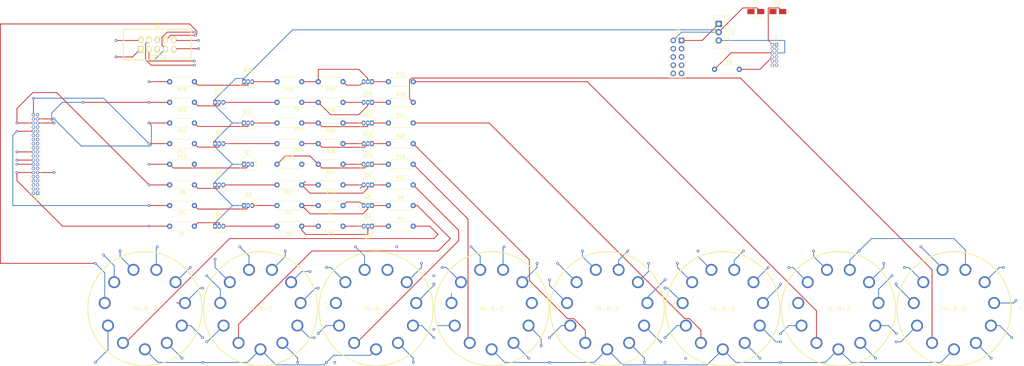
<source format=kicad_pcb>
(kicad_pcb (version 20171130) (host pcbnew "(5.1.6-0-10_14)")
  (layers (0 F.Cu signal) (31 B.Cu signal) (34 B.Paste user) (35 F.Paste user) (36 B.SilkS user) (37 F.SilkS user) (38 B.Mask user) (39 F.Mask user) (44 Edge.Cuts user))
  (net 0 "")
  (net 1 GND)
  (net 2 "Net-(Q1-Pad3)")
  (net 3 "Net-(Q1-Pad2)")
  (net 4 "Net-(Q2-Pad1)")
  (net 5 VCC)
  (net 6 "Net-(Q2-Pad2)")
  (net 7 "Net-(Q3-Pad3)")
  (net 8 "Net-(Q3-Pad2)")
  (net 9 "Net-(Q4-Pad1)")
  (net 10 "Net-(Q4-Pad2)")
  (net 11 "Net-(Q5-Pad3)")
  (net 12 "Net-(Q5-Pad2)")
  (net 13 "Net-(Q6-Pad1)")
  (net 14 "Net-(Q6-Pad2)")
  (net 15 "Net-(Q7-Pad3)")
  (net 16 "Net-(Q7-Pad2)")
  (net 17 "Net-(Q8-Pad1)")
  (net 18 "Net-(Q8-Pad2)")
  (net 19 "Net-(Q9-Pad3)")
  (net 20 "Net-(Q9-Pad2)")
  (net 21 "Net-(Q10-Pad1)")
  (net 22 "Net-(Q10-Pad2)")
  (net 23 "Net-(Q11-Pad3)")
  (net 24 "Net-(Q11-Pad2)")
  (net 25 "Net-(Q12-Pad1)")
  (net 26 "Net-(Q12-Pad2)")
  (net 27 "Net-(Q13-Pad3)")
  (net 28 "Net-(Q13-Pad2)")
  (net 29 "Net-(Q14-Pad1)")
  (net 30 "Net-(Q14-Pad2)")
  (net 31 "Net-(Q15-Pad3)")
  (net 32 "Net-(Q15-Pad2)")
  (net 33 "Net-(Q16-Pad1)")
  (net 34 "Net-(Q16-Pad2)")
  (net 35 +5V)
  (net 36 "Net-(J2-Pad1)")
  (net 37 RPIKIDB)
  (net 38 RPIKIDD)
  (net 39 RPIKIDA)
  (net 40 N9)
  (net 41 N8)
  (net 42 RPIKIDC)
  (net 43 N2)
  (net 44 N7)
  (net 45 N3)
  (net 46 "Net-(J1-Pad40)")
  (net 47 "Net-(J1-Pad38)")
  (net 48 "Net-(J1-Pad36)")
  (net 49 "Net-(J1-Pad34)")
  (net 50 "Net-(J1-Pad32)")
  (net 51 "Net-(J1-Pad30)")
  (net 52 "Net-(J1-Pad28)")
  (net 53 "Net-(J1-Pad26)")
  (net 54 "Net-(J1-Pad24)")
  (net 55 "Net-(J1-Pad20)")
  (net 56 "Net-(J1-Pad14)")
  (net 57 "Net-(J1-Pad12)")
  (net 58 "Net-(J1-Pad10)")
  (net 59 "Net-(J1-Pad8)")
  (net 60 "Net-(J1-Pad6)")
  (net 61 "Net-(J1-Pad4)")
  (net 62 "Net-(J1-Pad2)")
  (net 63 "Net-(J1-Pad39)")
  (net 64 "Net-(J1-Pad37)")
  (net 65 "Net-(J1-Pad35)")
  (net 66 "Net-(J1-Pad33)")
  (net 67 "Net-(J1-Pad31)")
  (net 68 "Net-(J1-Pad29)")
  (net 69 "Net-(J1-Pad27)")
  (net 70 "Net-(J1-Pad25)")
  (net 71 "Net-(J1-Pad23)")
  (net 72 "Net-(J1-Pad21)")
  (net 73 "Net-(J1-Pad19)")
  (net 74 "Net-(J1-Pad17)")
  (net 75 "Net-(J1-Pad15)")
  (net 76 "Net-(J1-Pad13)")
  (net 77 "Net-(J1-Pad9)")
  (net 78 "Net-(J1-Pad7)")
  (net 79 "Net-(J1-Pad5)")
  (net 80 "Net-(J1-Pad3)")
  (net 81 "Net-(J1-Pad1)")
  (net 82 A1)
  (net 83 N6)
  (net 84 N5)
  (net 85 N4)
  (net 86 N1)
  (net 87 N0)
  (net 88 A2)
  (net 89 A3)
  (net 90 A4)
  (net 91 A5)
  (net 92 A6)
  (net 93 A7)
  (net 94 A8)
  (net 95 "Net-(R13-Pad2)")
  (net 96 "Net-(J3-Pad8)")
  (net 97 "Net-(J3-Pad6)")
  (net 98 "Net-(Q2-Pad3)")
  (net 99 "Net-(J3-Pad10)")
  (net 100 "Net-(J3-Pad9)")
  (net 101 "Net-(J3-Pad7)")
  (net 102 "Net-(J3-Pad4)")
  (net 103 "Net-(J3-Pad3)")
  (net 104 "Net-(C1-Pad1)")
  (net 105 "Net-(J2-Pad5)")
  (net 106 "Net-(J2-Pad4)")
  (net 107 "Net-(J2-Pad3)")
  (net 108 "Net-(J3-Pad12)")
  (net 109 "Net-(J3-Pad11)")
  (module Resistor_THT:R_Axial_DIN0207_L6.3mm_D2.5mm_P7.62mm_Horizontal (layer F.Cu) (at 76.2 78.74 180)
    (fp_text reference R5 (at 3.81 -2.37) (layer F.SilkS))
    (fp_text value 10k)
    (pad 2 thru_hole oval (at 7.62 0 180) (size 1.6 1.6) (drill 0.8) (layers *.Cu *.Mask) (net 50 "Net-(J1-Pad32)"))
    (pad 1 thru_hole circle (at 0 0 180) (size 1.6 1.6) (drill 0.8) (layers *.Cu *.Mask) (net 8 "Net-(Q3-Pad2)"))
  )
  (module Connector_PinHeader_1.27mm:PinHeader_2x20_P1.27mm_Vertical (layer F.Cu) (at 27.94 74.93 180)
    (fp_text reference J1 (at 0.635 -1.695) (layer F.SilkS))
    (fp_text value Connector-ML_RPi_GPIO)
    (pad 40 thru_hole oval (at 1.27 24.13 180) (size 1 1) (drill 0.65) (layers *.Cu *.Mask) (net 46 "Net-(J1-Pad40)"))
    (pad 39 thru_hole oval (at 0 24.13 180) (size 1 1) (drill 0.65) (layers *.Cu *.Mask) (net 63 "Net-(J1-Pad39)"))
    (pad 38 thru_hole oval (at 1.27 22.86 180) (size 1 1) (drill 0.65) (layers *.Cu *.Mask) (net 47 "Net-(J1-Pad38)"))
    (pad 37 thru_hole oval (at 0 22.86 180) (size 1 1) (drill 0.65) (layers *.Cu *.Mask) (net 64 "Net-(J1-Pad37)"))
    (pad 36 thru_hole oval (at 1.27 21.59 180) (size 1 1) (drill 0.65) (layers *.Cu *.Mask) (net 48 "Net-(J1-Pad36)"))
    (pad 35 thru_hole oval (at 0 21.59 180) (size 1 1) (drill 0.65) (layers *.Cu *.Mask) (net 65 "Net-(J1-Pad35)"))
    (pad 34 thru_hole oval (at 1.27 20.32 180) (size 1 1) (drill 0.65) (layers *.Cu *.Mask) (net 49 "Net-(J1-Pad34)"))
    (pad 33 thru_hole oval (at 0 20.32 180) (size 1 1) (drill 0.65) (layers *.Cu *.Mask) (net 66 "Net-(J1-Pad33)"))
    (pad 32 thru_hole oval (at 1.27 19.05 180) (size 1 1) (drill 0.65) (layers *.Cu *.Mask) (net 50 "Net-(J1-Pad32)"))
    (pad 31 thru_hole oval (at 0 19.05 180) (size 1 1) (drill 0.65) (layers *.Cu *.Mask) (net 67 "Net-(J1-Pad31)"))
    (pad 30 thru_hole oval (at 1.27 17.78 180) (size 1 1) (drill 0.65) (layers *.Cu *.Mask) (net 51 "Net-(J1-Pad30)"))
    (pad 29 thru_hole oval (at 0 17.78 180) (size 1 1) (drill 0.65) (layers *.Cu *.Mask) (net 68 "Net-(J1-Pad29)"))
    (pad 28 thru_hole oval (at 1.27 16.51 180) (size 1 1) (drill 0.65) (layers *.Cu *.Mask) (net 52 "Net-(J1-Pad28)"))
    (pad 27 thru_hole oval (at 0 16.51 180) (size 1 1) (drill 0.65) (layers *.Cu *.Mask) (net 69 "Net-(J1-Pad27)"))
    (pad 26 thru_hole oval (at 1.27 15.24 180) (size 1 1) (drill 0.65) (layers *.Cu *.Mask) (net 53 "Net-(J1-Pad26)"))
    (pad 25 thru_hole oval (at 0 15.24 180) (size 1 1) (drill 0.65) (layers *.Cu *.Mask) (net 70 "Net-(J1-Pad25)"))
    (pad 24 thru_hole oval (at 1.27 13.97 180) (size 1 1) (drill 0.65) (layers *.Cu *.Mask) (net 54 "Net-(J1-Pad24)"))
    (pad 23 thru_hole oval (at 0 13.97 180) (size 1 1) (drill 0.65) (layers *.Cu *.Mask) (net 71 "Net-(J1-Pad23)"))
    (pad 22 thru_hole oval (at 1.27 12.7 180) (size 1 1) (drill 0.65) (layers *.Cu *.Mask) (net 42 RPIKIDC))
    (pad 21 thru_hole oval (at 0 12.7 180) (size 1 1) (drill 0.65) (layers *.Cu *.Mask) (net 72 "Net-(J1-Pad21)"))
    (pad 20 thru_hole oval (at 1.27 11.43 180) (size 1 1) (drill 0.65) (layers *.Cu *.Mask) (net 55 "Net-(J1-Pad20)"))
    (pad 19 thru_hole oval (at 0 11.43 180) (size 1 1) (drill 0.65) (layers *.Cu *.Mask) (net 73 "Net-(J1-Pad19)"))
    (pad 18 thru_hole oval (at 1.27 10.16 180) (size 1 1) (drill 0.65) (layers *.Cu *.Mask) (net 37 RPIKIDB))
    (pad 17 thru_hole oval (at 0 10.16 180) (size 1 1) (drill 0.65) (layers *.Cu *.Mask) (net 74 "Net-(J1-Pad17)"))
    (pad 16 thru_hole oval (at 1.27 8.89 180) (size 1 1) (drill 0.65) (layers *.Cu *.Mask) (net 39 RPIKIDA))
    (pad 15 thru_hole oval (at 0 8.89 180) (size 1 1) (drill 0.65) (layers *.Cu *.Mask) (net 75 "Net-(J1-Pad15)"))
    (pad 14 thru_hole oval (at 1.27 7.62 180) (size 1 1) (drill 0.65) (layers *.Cu *.Mask) (net 56 "Net-(J1-Pad14)"))
    (pad 13 thru_hole oval (at 0 7.62 180) (size 1 1) (drill 0.65) (layers *.Cu *.Mask) (net 76 "Net-(J1-Pad13)"))
    (pad 12 thru_hole oval (at 1.27 6.35 180) (size 1 1) (drill 0.65) (layers *.Cu *.Mask) (net 57 "Net-(J1-Pad12)"))
    (pad 11 thru_hole oval (at 0 6.35 180) (size 1 1) (drill 0.65) (layers *.Cu *.Mask) (net 38 RPIKIDD))
    (pad 10 thru_hole oval (at 1.27 5.08 180) (size 1 1) (drill 0.65) (layers *.Cu *.Mask) (net 58 "Net-(J1-Pad10)"))
    (pad 9 thru_hole oval (at 0 5.08 180) (size 1 1) (drill 0.65) (layers *.Cu *.Mask) (net 77 "Net-(J1-Pad9)"))
    (pad 8 thru_hole oval (at 1.27 3.81 180) (size 1 1) (drill 0.65) (layers *.Cu *.Mask) (net 59 "Net-(J1-Pad8)"))
    (pad 7 thru_hole oval (at 0 3.81 180) (size 1 1) (drill 0.65) (layers *.Cu *.Mask) (net 78 "Net-(J1-Pad7)"))
    (pad 6 thru_hole oval (at 1.27 2.54 180) (size 1 1) (drill 0.65) (layers *.Cu *.Mask) (net 60 "Net-(J1-Pad6)"))
    (pad 5 thru_hole oval (at 0 2.54 180) (size 1 1) (drill 0.65) (layers *.Cu *.Mask) (net 79 "Net-(J1-Pad5)"))
    (pad 4 thru_hole oval (at 1.27 1.27 180) (size 1 1) (drill 0.65) (layers *.Cu *.Mask) (net 61 "Net-(J1-Pad4)"))
    (pad 3 thru_hole oval (at 0 1.27 180) (size 1 1) (drill 0.65) (layers *.Cu *.Mask) (net 80 "Net-(J1-Pad3)"))
    (pad 2 thru_hole oval (at 1.27 0 180) (size 1 1) (drill 0.65) (layers *.Cu *.Mask) (net 62 "Net-(J1-Pad2)"))
    (pad 1 thru_hole rect (at 0 0 180) (size 1 1) (drill 0.65) (layers *.Cu *.Mask) (net 81 "Net-(J1-Pad1)"))
  )
  (module Eagle-and-KiCAD-Nixie-Libs-master:nixies-us-IN-1 (layer F.Cu) (at 309.88 110.49)
    (fp_text reference N7 (at 20.6375 -0.79248 90) (layer F.SilkS) (effects (font (size 1.27 1.27) (thickness 0.1016))))
    (fp_text value IN-8-2 (at 0 0) (layer F.SilkS) (effects (font (size 1.27 1.27))))
    (pad A thru_hole circle (at -6.74624 10.50036) (size 3.683 3.683) (drill 2.667) (layers *.Cu *.Mask) (net 93 A7))
    (pad 9 thru_hole circle (at 6.74624 10.50036) (size 3.683 3.683) (drill 2.667) (layers *.Cu *.Mask) (net 40 N9))
    (pad 8 thru_hole circle (at 11.3538 5.18414) (size 3.683 3.683) (drill 2.667) (layers *.Cu *.Mask) (net 41 N8))
    (pad 7 thru_hole circle (at 12.35456 -1.77546) (size 3.683 3.683) (drill 2.667) (layers *.Cu *.Mask) (net 44 N7))
    (pad 6 thru_hole circle (at 9.43356 -8.17372) (size 3.683 3.683) (drill 2.667) (layers *.Cu *.Mask) (net 83 N6))
    (pad 5 thru_hole circle (at 3.51536 -11.9761) (size 3.683 3.683) (drill 2.667) (layers *.Cu *.Mask) (net 84 N5))
    (pad 4 thru_hole circle (at -3.51536 -11.9761) (size 3.683 3.683) (drill 2.667) (layers *.Cu *.Mask) (net 85 N4))
    (pad 3 thru_hole circle (at -9.43356 -8.17372) (size 3.683 3.683) (drill 2.667) (layers *.Cu *.Mask) (net 45 N3))
    (pad 2 thru_hole circle (at -12.35456 -1.77546) (size 3.683 3.683) (drill 2.667) (layers *.Cu *.Mask) (net 43 N2))
    (pad 1 thru_hole circle (at -11.3538 5.18414) (size 3.683 3.683) (drill 2.667) (layers *.Cu *.Mask) (net 86 N1))
    (pad 0 thru_hole circle (at 0 12.48156) (size 3.683 3.683) (drill 2.667) (layers *.Cu *.Mask) (net 87 N0))
  )
  (module Eagle-and-KiCAD-Nixie-Libs-master:nixies-us-IN-1 (layer F.Cu) (at 60.96 110.49)
    (fp_text reference N1 (at 20.6375 -0.79248 90) (layer F.SilkS) (effects (font (size 1.27 1.27) (thickness 0.1016))))
    (fp_text value IN-8-2 (at 0 0) (layer F.SilkS) (effects (font (size 1.27 1.27))))
    (pad A thru_hole circle (at -6.74624 10.50036) (size 3.683 3.683) (drill 2.667) (layers *.Cu *.Mask) (net 82 A1))
    (pad 9 thru_hole circle (at 6.74624 10.50036) (size 3.683 3.683) (drill 2.667) (layers *.Cu *.Mask) (net 40 N9))
    (pad 8 thru_hole circle (at 11.3538 5.18414) (size 3.683 3.683) (drill 2.667) (layers *.Cu *.Mask) (net 41 N8))
    (pad 7 thru_hole circle (at 12.35456 -1.77546) (size 3.683 3.683) (drill 2.667) (layers *.Cu *.Mask) (net 44 N7))
    (pad 6 thru_hole circle (at 9.43356 -8.17372) (size 3.683 3.683) (drill 2.667) (layers *.Cu *.Mask) (net 83 N6))
    (pad 5 thru_hole circle (at 3.51536 -11.9761) (size 3.683 3.683) (drill 2.667) (layers *.Cu *.Mask) (net 84 N5))
    (pad 4 thru_hole circle (at -3.51536 -11.9761) (size 3.683 3.683) (drill 2.667) (layers *.Cu *.Mask) (net 85 N4))
    (pad 3 thru_hole circle (at -9.43356 -8.17372) (size 3.683 3.683) (drill 2.667) (layers *.Cu *.Mask) (net 45 N3))
    (pad 2 thru_hole circle (at -12.35456 -1.77546) (size 3.683 3.683) (drill 2.667) (layers *.Cu *.Mask) (net 43 N2))
    (pad 1 thru_hole circle (at -11.3538 5.18414) (size 3.683 3.683) (drill 2.667) (layers *.Cu *.Mask) (net 86 N1))
    (pad 0 thru_hole circle (at 0 12.48156) (size 3.683 3.683) (drill 2.667) (layers *.Cu *.Mask) (net 87 N0))
  )
  (module Resistor_THT:R_Axial_DIN0207_L6.3mm_D2.5mm_P7.62mm_Horizontal (layer F.Cu) (at 109.22 78.74 180)
    (fp_text reference R7 (at 3.81 -2.37) (layer F.SilkS))
    (fp_text value 1M)
    (pad 2 thru_hole oval (at 7.62 0 180) (size 1.6 1.6) (drill 0.8) (layers *.Cu *.Mask) (net 7 "Net-(Q3-Pad3)"))
    (pad 1 thru_hole circle (at 0 0 180) (size 1.6 1.6) (drill 0.8) (layers *.Cu *.Mask) (net 10 "Net-(Q4-Pad2)"))
  )
  (module Resistor_THT:R_Axial_DIN0207_L6.3mm_D2.5mm_P7.62mm_Horizontal (layer F.Cu) (at 121.92 40.64 180)
    (fp_text reference R30 (at 3.81 -2.37) (layer F.SilkS))
    (fp_text value 10K)
    (pad 2 thru_hole oval (at 7.62 0 180) (size 1.6 1.6) (drill 0.8) (layers *.Cu *.Mask) (net 34 "Net-(Q16-Pad2)"))
    (pad 1 thru_hole circle (at 0 0 180) (size 1.6 1.6) (drill 0.8) (layers *.Cu *.Mask) (net 5 VCC))
  )
  (module Resistor_THT:R_Axial_DIN0207_L6.3mm_D2.5mm_P7.62mm_Horizontal (layer F.Cu) (at 121.92 46.99 180)
    (fp_text reference R26 (at 3.81 -2.37) (layer F.SilkS))
    (fp_text value 10K)
    (pad 2 thru_hole oval (at 7.62 0 180) (size 1.6 1.6) (drill 0.8) (layers *.Cu *.Mask) (net 30 "Net-(Q14-Pad2)"))
    (pad 1 thru_hole circle (at 0 0 180) (size 1.6 1.6) (drill 0.8) (layers *.Cu *.Mask) (net 5 VCC))
  )
  (module Resistor_THT:R_Axial_DIN0207_L6.3mm_D2.5mm_P7.62mm_Horizontal (layer F.Cu) (at 121.92 53.34 180)
    (fp_text reference R22 (at 3.81 -2.37) (layer F.SilkS))
    (fp_text value 10K)
    (pad 2 thru_hole oval (at 7.62 0 180) (size 1.6 1.6) (drill 0.8) (layers *.Cu *.Mask) (net 26 "Net-(Q12-Pad2)"))
    (pad 1 thru_hole circle (at 0 0 180) (size 1.6 1.6) (drill 0.8) (layers *.Cu *.Mask) (net 5 VCC))
  )
  (module Resistor_THT:R_Axial_DIN0207_L6.3mm_D2.5mm_P7.62mm_Horizontal (layer F.Cu) (at 109.22 40.64 180)
    (fp_text reference R31 (at 3.81 -2.37) (layer F.SilkS))
    (fp_text value 1M)
    (pad 2 thru_hole oval (at 7.62 0 180) (size 1.6 1.6) (drill 0.8) (layers *.Cu *.Mask) (net 31 "Net-(Q15-Pad3)"))
    (pad 1 thru_hole circle (at 0 0 180) (size 1.6 1.6) (drill 0.8) (layers *.Cu *.Mask) (net 34 "Net-(Q16-Pad2)"))
  )
  (module Resistor_THT:R_Axial_DIN0207_L6.3mm_D2.5mm_P7.62mm_Horizontal (layer F.Cu) (at 121.92 59.69 180)
    (fp_text reference R18 (at 3.81 -2.37) (layer F.SilkS))
    (fp_text value 10K)
    (pad 2 thru_hole oval (at 7.62 0 180) (size 1.6 1.6) (drill 0.8) (layers *.Cu *.Mask) (net 22 "Net-(Q10-Pad2)"))
    (pad 1 thru_hole circle (at 0 0 180) (size 1.6 1.6) (drill 0.8) (layers *.Cu *.Mask) (net 5 VCC))
  )
  (module Resistor_THT:R_Axial_DIN0207_L6.3mm_D2.5mm_P7.62mm_Horizontal (layer F.Cu) (at 121.92 66.04 180)
    (fp_text reference R14 (at 3.81 -2.37) (layer F.SilkS))
    (fp_text value 10K)
    (pad 2 thru_hole oval (at 7.62 0 180) (size 1.6 1.6) (drill 0.8) (layers *.Cu *.Mask) (net 18 "Net-(Q8-Pad2)"))
    (pad 1 thru_hole circle (at 0 0 180) (size 1.6 1.6) (drill 0.8) (layers *.Cu *.Mask) (net 5 VCC))
  )
  (module Resistor_THT:R_Axial_DIN0207_L6.3mm_D2.5mm_P7.62mm_Horizontal (layer F.Cu) (at 121.92 72.39 180)
    (fp_text reference R10 (at 3.81 -2.37) (layer F.SilkS))
    (fp_text value 10K)
    (pad 2 thru_hole oval (at 7.62 0 180) (size 1.6 1.6) (drill 0.8) (layers *.Cu *.Mask) (net 14 "Net-(Q6-Pad2)"))
    (pad 1 thru_hole circle (at 0 0 180) (size 1.6 1.6) (drill 0.8) (layers *.Cu *.Mask) (net 5 VCC))
  )
  (module Connector_PinSocket_1.27mm:PinSocket_2x06_P1.27mm_Vertical (layer F.Cu) (at 255.27 29.21)
    (fp_text reference J3 (at -0.635 -2.135) (layer F.SilkS))
    (fp_text value Conn_02x08_Top_Bottom)
    (pad 12 thru_hole oval (at -1.27 6.35) (size 1 1) (drill 0.7) (layers *.Cu *.Mask) (net 108 "Net-(J3-Pad12)"))
    (pad 11 thru_hole oval (at 0 6.35) (size 1 1) (drill 0.7) (layers *.Cu *.Mask) (net 109 "Net-(J3-Pad11)"))
    (pad 10 thru_hole oval (at -1.27 5.08) (size 1 1) (drill 0.7) (layers *.Cu *.Mask) (net 99 "Net-(J3-Pad10)"))
    (pad 9 thru_hole oval (at 0 5.08) (size 1 1) (drill 0.7) (layers *.Cu *.Mask) (net 100 "Net-(J3-Pad9)"))
    (pad 8 thru_hole oval (at -1.27 3.81) (size 1 1) (drill 0.7) (layers *.Cu *.Mask) (net 96 "Net-(J3-Pad8)"))
    (pad 7 thru_hole oval (at 0 3.81) (size 1 1) (drill 0.7) (layers *.Cu *.Mask) (net 101 "Net-(J3-Pad7)"))
    (pad 6 thru_hole oval (at -1.27 2.54) (size 1 1) (drill 0.7) (layers *.Cu *.Mask) (net 97 "Net-(J3-Pad6)"))
    (pad 5 thru_hole oval (at 0 2.54) (size 1 1) (drill 0.7) (layers *.Cu *.Mask) (net 35 +5V))
    (pad 4 thru_hole oval (at -1.27 1.27) (size 1 1) (drill 0.7) (layers *.Cu *.Mask) (net 102 "Net-(J3-Pad4)"))
    (pad 3 thru_hole oval (at 0 1.27) (size 1 1) (drill 0.7) (layers *.Cu *.Mask) (net 103 "Net-(J3-Pad3)"))
    (pad 2 thru_hole oval (at -1.27 0) (size 1 1) (drill 0.7) (layers *.Cu *.Mask) (net 1 GND))
    (pad 1 thru_hole rect (at 0 0) (size 1 1) (drill 0.7) (layers *.Cu *.Mask) (net 104 "Net-(C1-Pad1)"))
  )
  (module Connector_PinSocket_2.54mm:PinSocket_2x05_P2.54mm_Vertical (layer F.Cu) (at 226.06 27.94)
    (fp_text reference J2 (at -1.27 -2.77) (layer F.SilkS))
    (fp_text value Conn_2Rows-05Pins)
    (pad 10 thru_hole oval (at -2.54 10.16) (size 1.7 1.7) (drill 1) (layers *.Cu *.Mask))
    (pad 9 thru_hole oval (at 0 10.16) (size 1.7 1.7) (drill 1) (layers *.Cu *.Mask))
    (pad 8 thru_hole oval (at -2.54 7.62) (size 1.7 1.7) (drill 1) (layers *.Cu *.Mask))
    (pad 7 thru_hole oval (at 0 7.62) (size 1.7 1.7) (drill 1) (layers *.Cu *.Mask))
    (pad 6 thru_hole oval (at -2.54 5.08) (size 1.7 1.7) (drill 1) (layers *.Cu *.Mask))
    (pad 5 thru_hole oval (at 0 5.08) (size 1.7 1.7) (drill 1) (layers *.Cu *.Mask) (net 105 "Net-(J2-Pad5)"))
    (pad 4 thru_hole oval (at -2.54 2.54) (size 1.7 1.7) (drill 1) (layers *.Cu *.Mask) (net 106 "Net-(J2-Pad4)"))
    (pad 3 thru_hole oval (at 0 2.54) (size 1.7 1.7) (drill 1) (layers *.Cu *.Mask) (net 107 "Net-(J2-Pad3)"))
    (pad 2 thru_hole oval (at -2.54 0) (size 1.7 1.7) (drill 1) (layers *.Cu *.Mask) (net 1 GND))
    (pad 1 thru_hole rect (at 0 0) (size 1.7 1.7) (drill 1) (layers *.Cu *.Mask) (net 36 "Net-(J2-Pad1)"))
  )
  (module Capacitor_SMD:CP_Elec_3x5.3 (layer F.Cu) (at 255.67 19.05)
    (fp_text reference C2 (at 0 -2.7) (layer F.SilkS))
    (fp_text value CP)
    (pad 2 smd rect (at 1.5 0) (size 2.2 1.6) (layers F.Cu F.Paste F.Mask) (net 1 GND))
    (pad 1 smd rect (at -1.5 0) (size 2.2 1.6) (layers F.Cu F.Paste F.Mask) (net 35 +5V))
  )
  (module Capacitor_SMD:CP_Elec_3x5.3 (layer F.Cu) (at 248.92 19.05)
    (fp_text reference C1 (at 0 -2.7) (layer F.SilkS))
    (fp_text value CP)
    (pad 2 smd rect (at 1.5 0) (size 2.2 1.6) (layers F.Cu F.Paste F.Mask) (net 1 GND))
    (pad 1 smd rect (at -1.5 0) (size 2.2 1.6) (layers F.Cu F.Paste F.Mask) (net 104 "Net-(C1-Pad1)"))
  )
  (module Resistor_THT:R_Axial_DIN0207_L6.3mm_D2.5mm_P7.62mm_Horizontal (layer F.Cu) (at 109.22 46.99 180)
    (fp_text reference R27 (at 0.95 -1.92) (layer F.SilkS))
    (fp_text value 1M)
    (pad 2 thru_hole oval (at 7.62 0 180) (size 1.6 1.6) (drill 0.8) (layers *.Cu *.Mask) (net 27 "Net-(Q13-Pad3)"))
    (pad 1 thru_hole circle (at 0 0 180) (size 1.6 1.6) (drill 0.8) (layers *.Cu *.Mask) (net 30 "Net-(Q14-Pad2)"))
  )
  (module Resistor_THT:R_Axial_DIN0207_L6.3mm_D2.5mm_P7.62mm_Horizontal (layer F.Cu) (at 109.22 53.34 180)
    (fp_text reference R23 (at 0.95 -1.92) (layer F.SilkS))
    (fp_text value 1M)
    (pad 2 thru_hole oval (at 7.62 0 180) (size 1.6 1.6) (drill 0.8) (layers *.Cu *.Mask) (net 23 "Net-(Q11-Pad3)"))
    (pad 1 thru_hole circle (at 0 0 180) (size 1.6 1.6) (drill 0.8) (layers *.Cu *.Mask) (net 26 "Net-(Q12-Pad2)"))
  )
  (module Resistor_THT:R_Axial_DIN0207_L6.3mm_D2.5mm_P7.62mm_Horizontal (layer F.Cu) (at 109.22 59.69 180)
    (fp_text reference R19 (at 0.95 -1.92) (layer F.SilkS))
    (fp_text value 1M)
    (pad 2 thru_hole oval (at 7.62 0 180) (size 1.6 1.6) (drill 0.8) (layers *.Cu *.Mask) (net 19 "Net-(Q9-Pad3)"))
    (pad 1 thru_hole circle (at 0 0 180) (size 1.6 1.6) (drill 0.8) (layers *.Cu *.Mask) (net 22 "Net-(Q10-Pad2)"))
  )
  (module Resistor_THT:R_Axial_DIN0207_L6.3mm_D2.5mm_P7.62mm_Horizontal (layer F.Cu) (at 101.6 66.04)
    (fp_text reference R15 (at 3.81 -2.37) (layer F.SilkS))
    (fp_text value 1M)
    (pad 2 thru_hole oval (at 7.62 0) (size 1.6 1.6) (drill 0.8) (layers *.Cu *.Mask) (net 15 "Net-(Q7-Pad3)"))
    (pad 1 thru_hole circle (at 0 0) (size 1.6 1.6) (drill 0.8) (layers *.Cu *.Mask) (net 18 "Net-(Q8-Pad2)"))
  )
  (module Resistor_THT:R_Axial_DIN0207_L6.3mm_D2.5mm_P7.62mm_Horizontal (layer F.Cu) (at 109.22 72.39 180)
    (fp_text reference R11 (at 3.81 -2.37) (layer F.SilkS))
    (fp_text value 1M)
    (pad 2 thru_hole oval (at 7.62 0 180) (size 1.6 1.6) (drill 0.8) (layers *.Cu *.Mask) (net 11 "Net-(Q5-Pad3)"))
    (pad 1 thru_hole circle (at 0 0 180) (size 1.6 1.6) (drill 0.8) (layers *.Cu *.Mask) (net 14 "Net-(Q6-Pad2)"))
  )
  (module Resistor_THT:R_Axial_DIN0207_L6.3mm_D2.5mm_P7.62mm_Horizontal (layer F.Cu) (at 236.22 36.83)
    (fp_text reference R33 (at 3.81 -2.37) (layer F.SilkS))
    (fp_text value 330R)
    (pad 2 thru_hole oval (at 7.62 0) (size 1.6 1.6) (drill 0.8) (layers *.Cu *.Mask) (net 96 "Net-(J3-Pad8)"))
    (pad 1 thru_hole circle (at 0 0) (size 1.6 1.6) (drill 0.8) (layers *.Cu *.Mask) (net 97 "Net-(J3-Pad6)"))
  )
  (module Resistor_THT:R_Axial_DIN0207_L6.3mm_D2.5mm_P7.62mm_Horizontal (layer F.Cu) (at 135.89 78.74)
    (fp_text reference R8 (at 3.81 -2.37) (layer F.SilkS))
    (fp_text value 10k)
    (pad 2 thru_hole oval (at 7.62 0) (size 1.6 1.6) (drill 0.8) (layers *.Cu *.Mask) (net 88 A2))
    (pad 1 thru_hole circle (at 0 0) (size 1.6 1.6) (drill 0.8) (layers *.Cu *.Mask) (net 9 "Net-(Q4-Pad1)"))
  )
  (module Resistor_THT:R_Axial_DIN0207_L6.3mm_D2.5mm_P7.62mm_Horizontal (layer F.Cu) (at 135.89 85.09)
    (fp_text reference R4 (at 3.81 -2.37) (layer F.SilkS))
    (fp_text value 10k)
    (pad 2 thru_hole oval (at 7.62 0) (size 1.6 1.6) (drill 0.8) (layers *.Cu *.Mask) (net 82 A1))
    (pad 1 thru_hole circle (at 0 0) (size 1.6 1.6) (drill 0.8) (layers *.Cu *.Mask) (net 4 "Net-(Q2-Pad1)"))
  )
  (module Resistor_THT:R_Axial_DIN0207_L6.3mm_D2.5mm_P7.62mm_Horizontal (layer F.Cu) (at 135.89 72.39)
    (fp_text reference R12 (at 3.81 -2.37) (layer F.SilkS))
    (fp_text value 10k)
    (pad 2 thru_hole oval (at 7.62 0) (size 1.6 1.6) (drill 0.8) (layers *.Cu *.Mask) (net 89 A3))
    (pad 1 thru_hole circle (at 0 0) (size 1.6 1.6) (drill 0.8) (layers *.Cu *.Mask) (net 13 "Net-(Q6-Pad1)"))
  )
  (module Resistor_THT:R_Axial_DIN0207_L6.3mm_D2.5mm_P7.62mm_Horizontal (layer F.Cu) (at 135.89 46.99)
    (fp_text reference R28 (at 3.81 -2.37) (layer F.SilkS))
    (fp_text value 10k)
    (pad 2 thru_hole oval (at 7.62 0) (size 1.6 1.6) (drill 0.8) (layers *.Cu *.Mask) (net 93 A7))
    (pad 1 thru_hole circle (at 0 0) (size 1.6 1.6) (drill 0.8) (layers *.Cu *.Mask) (net 29 "Net-(Q14-Pad1)"))
  )
  (module Resistor_THT:R_Axial_DIN0207_L6.3mm_D2.5mm_P7.62mm_Horizontal (layer F.Cu) (at 135.89 53.34)
    (fp_text reference R24 (at 3.81 -2.37) (layer F.SilkS))
    (fp_text value 10k)
    (pad 2 thru_hole oval (at 7.62 0) (size 1.6 1.6) (drill 0.8) (layers *.Cu *.Mask) (net 92 A6))
    (pad 1 thru_hole circle (at 0 0) (size 1.6 1.6) (drill 0.8) (layers *.Cu *.Mask) (net 25 "Net-(Q12-Pad1)"))
  )
  (module Resistor_THT:R_Axial_DIN0207_L6.3mm_D2.5mm_P7.62mm_Horizontal (layer F.Cu) (at 135.89 59.69)
    (fp_text reference R20 (at 3.81 -2.37) (layer F.SilkS))
    (fp_text value 10k)
    (pad 2 thru_hole oval (at 7.62 0) (size 1.6 1.6) (drill 0.8) (layers *.Cu *.Mask) (net 91 A5))
    (pad 1 thru_hole circle (at 0 0) (size 1.6 1.6) (drill 0.8) (layers *.Cu *.Mask) (net 21 "Net-(Q10-Pad1)"))
  )
  (module Resistor_THT:R_Axial_DIN0207_L6.3mm_D2.5mm_P7.62mm_Horizontal (layer F.Cu) (at 135.89 66.04)
    (fp_text reference R16 (at 3.81 -2.37) (layer F.SilkS))
    (fp_text value 10k)
    (pad 2 thru_hole oval (at 7.62 0) (size 1.6 1.6) (drill 0.8) (layers *.Cu *.Mask) (net 90 A4))
    (pad 1 thru_hole circle (at 0 0) (size 1.6 1.6) (drill 0.8) (layers *.Cu *.Mask) (net 17 "Net-(Q8-Pad1)"))
  )
  (module Resistor_THT:R_Axial_DIN0207_L6.3mm_D2.5mm_P7.62mm_Horizontal (layer F.Cu) (at 135.89 40.64)
    (fp_text reference R32 (at 3.81 -2.37) (layer F.SilkS))
    (fp_text value 10k)
    (pad 2 thru_hole oval (at 7.62 0) (size 1.6 1.6) (drill 0.8) (layers *.Cu *.Mask) (net 94 A8))
    (pad 1 thru_hole circle (at 0 0) (size 1.6 1.6) (drill 0.8) (layers *.Cu *.Mask) (net 33 "Net-(Q16-Pad1)"))
  )
  (module Resistor_THT:R_Axial_DIN0207_L6.3mm_D2.5mm_P7.62mm_Horizontal (layer F.Cu) (at 76.2 40.64 180)
    (fp_text reference R29 (at 3.81 -2.37) (layer F.SilkS))
    (fp_text value 10k)
    (pad 2 thru_hole oval (at 7.62 0 180) (size 1.6 1.6) (drill 0.8) (layers *.Cu *.Mask) (net 66 "Net-(J1-Pad33)"))
    (pad 1 thru_hole circle (at 0 0 180) (size 1.6 1.6) (drill 0.8) (layers *.Cu *.Mask) (net 32 "Net-(Q15-Pad2)"))
  )
  (module Resistor_THT:R_Axial_DIN0207_L6.3mm_D2.5mm_P7.62mm_Horizontal (layer F.Cu) (at 76.2 46.99 180)
    (fp_text reference R25 (at 3.81 -2.37) (layer F.SilkS))
    (fp_text value 10k)
    (pad 2 thru_hole oval (at 7.62 0 180) (size 1.6 1.6) (drill 0.8) (layers *.Cu *.Mask) (net 65 "Net-(J1-Pad35)"))
    (pad 1 thru_hole circle (at 0 0 180) (size 1.6 1.6) (drill 0.8) (layers *.Cu *.Mask) (net 28 "Net-(Q13-Pad2)"))
  )
  (module Resistor_THT:R_Axial_DIN0207_L6.3mm_D2.5mm_P7.62mm_Horizontal (layer F.Cu) (at 76.2 53.34 180)
    (fp_text reference R21 (at 3.81 -2.37) (layer F.SilkS))
    (fp_text value 10k)
    (pad 2 thru_hole oval (at 7.62 0 180) (size 1.6 1.6) (drill 0.8) (layers *.Cu *.Mask) (net 64 "Net-(J1-Pad37)"))
    (pad 1 thru_hole circle (at 0 0 180) (size 1.6 1.6) (drill 0.8) (layers *.Cu *.Mask) (net 24 "Net-(Q11-Pad2)"))
  )
  (module Resistor_THT:R_Axial_DIN0207_L6.3mm_D2.5mm_P7.62mm_Horizontal (layer F.Cu) (at 76.2 59.69 180)
    (fp_text reference R17 (at 3.81 -2.37) (layer F.SilkS))
    (fp_text value 10k)
    (pad 2 thru_hole oval (at 7.62 0 180) (size 1.6 1.6) (drill 0.8) (layers *.Cu *.Mask) (net 46 "Net-(J1-Pad40)"))
    (pad 1 thru_hole circle (at 0 0 180) (size 1.6 1.6) (drill 0.8) (layers *.Cu *.Mask) (net 20 "Net-(Q9-Pad2)"))
  )
  (module Resistor_THT:R_Axial_DIN0207_L6.3mm_D2.5mm_P7.62mm_Horizontal (layer F.Cu) (at 68.58 66.04)
    (fp_text reference R13 (at 3.81 -2.37) (layer F.SilkS))
    (fp_text value 10k)
    (pad 2 thru_hole oval (at 7.62 0) (size 1.6 1.6) (drill 0.8) (layers *.Cu *.Mask) (net 95 "Net-(R13-Pad2)"))
    (pad 1 thru_hole circle (at 0 0) (size 1.6 1.6) (drill 0.8) (layers *.Cu *.Mask) (net 16 "Net-(Q7-Pad2)"))
  )
  (module Resistor_THT:R_Axial_DIN0207_L6.3mm_D2.5mm_P7.62mm_Horizontal (layer F.Cu) (at 76.2 72.39 180)
    (fp_text reference R9 (at 3.81 -2.37) (layer F.SilkS))
    (fp_text value 10k)
    (pad 2 thru_hole oval (at 7.62 0 180) (size 1.6 1.6) (drill 0.8) (layers *.Cu *.Mask) (net 48 "Net-(J1-Pad36)"))
    (pad 1 thru_hole circle (at 0 0 180) (size 1.6 1.6) (drill 0.8) (layers *.Cu *.Mask) (net 12 "Net-(Q5-Pad2)"))
  )
  (module Resistor_THT:R_Axial_DIN0207_L6.3mm_D2.5mm_P7.62mm_Horizontal (layer F.Cu) (at 121.92 78.74 180)
    (fp_text reference R6 (at 3.81 -2.37) (layer F.SilkS))
    (fp_text value 10K)
    (pad 2 thru_hole oval (at 7.62 0 180) (size 1.6 1.6) (drill 0.8) (layers *.Cu *.Mask) (net 10 "Net-(Q4-Pad2)"))
    (pad 1 thru_hole circle (at 0 0 180) (size 1.6 1.6) (drill 0.8) (layers *.Cu *.Mask) (net 5 VCC))
  )
  (module Resistor_THT:R_Axial_DIN0207_L6.3mm_D2.5mm_P7.62mm_Horizontal (layer F.Cu) (at 109.22 85.09 180)
    (fp_text reference R2 (at 3.81 -2.37) (layer F.SilkS))
    (fp_text value 1M)
    (pad 2 thru_hole oval (at 7.62 0 180) (size 1.6 1.6) (drill 0.8) (layers *.Cu *.Mask) (net 2 "Net-(Q1-Pad3)"))
    (pad 1 thru_hole circle (at 0 0 180) (size 1.6 1.6) (drill 0.8) (layers *.Cu *.Mask) (net 6 "Net-(Q2-Pad2)"))
  )
  (module Resistor_THT:R_Axial_DIN0207_L6.3mm_D2.5mm_P7.62mm_Horizontal (layer F.Cu) (at 121.92 85.09 180)
    (fp_text reference R3 (at 3.81 -2.37) (layer F.SilkS))
    (fp_text value 10K)
    (pad 2 thru_hole oval (at 7.62 0 180) (size 1.6 1.6) (drill 0.8) (layers *.Cu *.Mask) (net 6 "Net-(Q2-Pad2)"))
    (pad 1 thru_hole circle (at 0 0 180) (size 1.6 1.6) (drill 0.8) (layers *.Cu *.Mask) (net 98 "Net-(Q2-Pad3)"))
  )
  (module Resistor_THT:R_Axial_DIN0207_L6.3mm_D2.5mm_P7.62mm_Horizontal (layer F.Cu) (at 76.2 85.09 180)
    (fp_text reference R1 (at 3.81 -2.37) (layer F.SilkS))
    (fp_text value 10k)
    (pad 2 thru_hole oval (at 7.62 0 180) (size 1.6 1.6) (drill 0.8) (layers *.Cu *.Mask) (net 57 "Net-(J1-Pad12)"))
    (pad 1 thru_hole circle (at 0 0 180) (size 1.6 1.6) (drill 0.8) (layers *.Cu *.Mask) (net 3 "Net-(Q1-Pad2)"))
  )
  (module Eagle-and-KiCAD-Nixie-Libs-master:nixies-us-IN-1 (layer F.Cu) (at 274.32 110.49)
    (fp_text reference N8 (at 20.6375 -0.79248 90) (layer F.SilkS) (effects (font (size 1.27 1.27) (thickness 0.1016))))
    (fp_text value IN-8-2 (at 0 0) (layer F.SilkS) (effects (font (size 1.27 1.27))))
    (pad A thru_hole circle (at -6.74624 10.50036) (size 3.683 3.683) (drill 2.667) (layers *.Cu *.Mask) (net 94 A8))
    (pad 9 thru_hole circle (at 6.74624 10.50036) (size 3.683 3.683) (drill 2.667) (layers *.Cu *.Mask) (net 40 N9))
    (pad 8 thru_hole circle (at 11.3538 5.18414) (size 3.683 3.683) (drill 2.667) (layers *.Cu *.Mask) (net 41 N8))
    (pad 7 thru_hole circle (at 12.35456 -1.77546) (size 3.683 3.683) (drill 2.667) (layers *.Cu *.Mask) (net 44 N7))
    (pad 6 thru_hole circle (at 9.43356 -8.17372) (size 3.683 3.683) (drill 2.667) (layers *.Cu *.Mask) (net 83 N6))
    (pad 5 thru_hole circle (at 3.51536 -11.9761) (size 3.683 3.683) (drill 2.667) (layers *.Cu *.Mask) (net 84 N5))
    (pad 4 thru_hole circle (at -3.51536 -11.9761) (size 3.683 3.683) (drill 2.667) (layers *.Cu *.Mask) (net 85 N4))
    (pad 3 thru_hole circle (at -9.43356 -8.17372) (size 3.683 3.683) (drill 2.667) (layers *.Cu *.Mask) (net 45 N3))
    (pad 2 thru_hole circle (at -12.35456 -1.77546) (size 3.683 3.683) (drill 2.667) (layers *.Cu *.Mask) (net 43 N2))
    (pad 1 thru_hole circle (at -11.3538 5.18414) (size 3.683 3.683) (drill 2.667) (layers *.Cu *.Mask) (net 86 N1))
    (pad 0 thru_hole circle (at 0 12.48156) (size 3.683 3.683) (drill 2.667) (layers *.Cu *.Mask) (net 87 N0))
  )
  (module Eagle-and-KiCAD-Nixie-Libs-master:nixies-us-IN-1 (layer F.Cu) (at 238.76 110.49)
    (fp_text reference N6 (at 20.6375 -0.79248 90) (layer F.SilkS) (effects (font (size 1.27 1.27) (thickness 0.1016))))
    (fp_text value IN-8-2 (at 0 0) (layer F.SilkS) (effects (font (size 1.27 1.27))))
    (pad A thru_hole circle (at -6.74624 10.50036) (size 3.683 3.683) (drill 2.667) (layers *.Cu *.Mask) (net 92 A6))
    (pad 9 thru_hole circle (at 6.74624 10.50036) (size 3.683 3.683) (drill 2.667) (layers *.Cu *.Mask) (net 40 N9))
    (pad 8 thru_hole circle (at 11.3538 5.18414) (size 3.683 3.683) (drill 2.667) (layers *.Cu *.Mask) (net 41 N8))
    (pad 7 thru_hole circle (at 12.35456 -1.77546) (size 3.683 3.683) (drill 2.667) (layers *.Cu *.Mask) (net 44 N7))
    (pad 6 thru_hole circle (at 9.43356 -8.17372) (size 3.683 3.683) (drill 2.667) (layers *.Cu *.Mask) (net 83 N6))
    (pad 5 thru_hole circle (at 3.51536 -11.9761) (size 3.683 3.683) (drill 2.667) (layers *.Cu *.Mask) (net 84 N5))
    (pad 4 thru_hole circle (at -3.51536 -11.9761) (size 3.683 3.683) (drill 2.667) (layers *.Cu *.Mask) (net 85 N4))
    (pad 3 thru_hole circle (at -9.43356 -8.17372) (size 3.683 3.683) (drill 2.667) (layers *.Cu *.Mask) (net 45 N3))
    (pad 2 thru_hole circle (at -12.35456 -1.77546) (size 3.683 3.683) (drill 2.667) (layers *.Cu *.Mask) (net 43 N2))
    (pad 1 thru_hole circle (at -11.3538 5.18414) (size 3.683 3.683) (drill 2.667) (layers *.Cu *.Mask) (net 86 N1))
    (pad 0 thru_hole circle (at 0 12.48156) (size 3.683 3.683) (drill 2.667) (layers *.Cu *.Mask) (net 87 N0))
  )
  (module Eagle-and-KiCAD-Nixie-Libs-master:nixies-us-IN-1 (layer F.Cu) (at 203.2 110.49)
    (fp_text reference N5 (at 20.6375 -0.79248 90) (layer F.SilkS) (effects (font (size 1.27 1.27) (thickness 0.1016))))
    (fp_text value IN-8-2 (at 0 0) (layer F.SilkS) (effects (font (size 1.27 1.27))))
    (pad A thru_hole circle (at -6.74624 10.50036) (size 3.683 3.683) (drill 2.667) (layers *.Cu *.Mask) (net 91 A5))
    (pad 9 thru_hole circle (at 6.74624 10.50036) (size 3.683 3.683) (drill 2.667) (layers *.Cu *.Mask) (net 40 N9))
    (pad 8 thru_hole circle (at 11.3538 5.18414) (size 3.683 3.683) (drill 2.667) (layers *.Cu *.Mask) (net 41 N8))
    (pad 7 thru_hole circle (at 12.35456 -1.77546) (size 3.683 3.683) (drill 2.667) (layers *.Cu *.Mask) (net 44 N7))
    (pad 6 thru_hole circle (at 9.43356 -8.17372) (size 3.683 3.683) (drill 2.667) (layers *.Cu *.Mask) (net 83 N6))
    (pad 5 thru_hole circle (at 3.51536 -11.9761) (size 3.683 3.683) (drill 2.667) (layers *.Cu *.Mask) (net 84 N5))
    (pad 4 thru_hole circle (at -3.51536 -11.9761) (size 3.683 3.683) (drill 2.667) (layers *.Cu *.Mask) (net 85 N4))
    (pad 3 thru_hole circle (at -9.43356 -8.17372) (size 3.683 3.683) (drill 2.667) (layers *.Cu *.Mask) (net 45 N3))
    (pad 2 thru_hole circle (at -12.35456 -1.77546) (size 3.683 3.683) (drill 2.667) (layers *.Cu *.Mask) (net 43 N2))
    (pad 1 thru_hole circle (at -11.3538 5.18414) (size 3.683 3.683) (drill 2.667) (layers *.Cu *.Mask) (net 86 N1))
    (pad 0 thru_hole circle (at 0 12.48156) (size 3.683 3.683) (drill 2.667) (layers *.Cu *.Mask) (net 87 N0))
  )
  (module Eagle-and-KiCAD-Nixie-Libs-master:nixies-us-IN-1 (layer F.Cu) (at 167.64 110.49)
    (fp_text reference N4 (at 20.6375 -0.79248 90) (layer F.SilkS) (effects (font (size 1.27 1.27) (thickness 0.1016))))
    (fp_text value IN-8-2 (at 0 0) (layer F.SilkS) (effects (font (size 1.27 1.27))))
    (pad A thru_hole circle (at -6.74624 10.50036) (size 3.683 3.683) (drill 2.667) (layers *.Cu *.Mask) (net 90 A4))
    (pad 9 thru_hole circle (at 6.74624 10.50036) (size 3.683 3.683) (drill 2.667) (layers *.Cu *.Mask) (net 40 N9))
    (pad 8 thru_hole circle (at 11.3538 5.18414) (size 3.683 3.683) (drill 2.667) (layers *.Cu *.Mask) (net 41 N8))
    (pad 7 thru_hole circle (at 12.35456 -1.77546) (size 3.683 3.683) (drill 2.667) (layers *.Cu *.Mask) (net 44 N7))
    (pad 6 thru_hole circle (at 9.43356 -8.17372) (size 3.683 3.683) (drill 2.667) (layers *.Cu *.Mask) (net 83 N6))
    (pad 5 thru_hole circle (at 3.51536 -11.9761) (size 3.683 3.683) (drill 2.667) (layers *.Cu *.Mask) (net 84 N5))
    (pad 4 thru_hole circle (at -3.51536 -11.9761) (size 3.683 3.683) (drill 2.667) (layers *.Cu *.Mask) (net 85 N4))
    (pad 3 thru_hole circle (at -9.43356 -8.17372) (size 3.683 3.683) (drill 2.667) (layers *.Cu *.Mask) (net 45 N3))
    (pad 2 thru_hole circle (at -12.35456 -1.77546) (size 3.683 3.683) (drill 2.667) (layers *.Cu *.Mask) (net 43 N2))
    (pad 1 thru_hole circle (at -11.3538 5.18414) (size 3.683 3.683) (drill 2.667) (layers *.Cu *.Mask) (net 86 N1))
    (pad 0 thru_hole circle (at 0 12.48156) (size 3.683 3.683) (drill 2.667) (layers *.Cu *.Mask) (net 87 N0))
  )
  (module Eagle-and-KiCAD-Nixie-Libs-master:nixies-us-IN-1 (layer F.Cu) (at 132.08 110.49)
    (fp_text reference N3 (at 20.6375 -0.79248 90) (layer F.SilkS) (effects (font (size 1.27 1.27) (thickness 0.1016))))
    (fp_text value IN-8-2 (at 0 0) (layer F.SilkS) (effects (font (size 1.27 1.27))))
    (pad A thru_hole circle (at -6.74624 10.50036) (size 3.683 3.683) (drill 2.667) (layers *.Cu *.Mask) (net 89 A3))
    (pad 9 thru_hole circle (at 6.74624 10.50036) (size 3.683 3.683) (drill 2.667) (layers *.Cu *.Mask) (net 40 N9))
    (pad 8 thru_hole circle (at 11.3538 5.18414) (size 3.683 3.683) (drill 2.667) (layers *.Cu *.Mask) (net 41 N8))
    (pad 7 thru_hole circle (at 12.35456 -1.77546) (size 3.683 3.683) (drill 2.667) (layers *.Cu *.Mask) (net 44 N7))
    (pad 6 thru_hole circle (at 9.43356 -8.17372) (size 3.683 3.683) (drill 2.667) (layers *.Cu *.Mask) (net 83 N6))
    (pad 5 thru_hole circle (at 3.51536 -11.9761) (size 3.683 3.683) (drill 2.667) (layers *.Cu *.Mask) (net 84 N5))
    (pad 4 thru_hole circle (at -3.51536 -11.9761) (size 3.683 3.683) (drill 2.667) (layers *.Cu *.Mask) (net 85 N4))
    (pad 3 thru_hole circle (at -9.43356 -8.17372) (size 3.683 3.683) (drill 2.667) (layers *.Cu *.Mask) (net 45 N3))
    (pad 2 thru_hole circle (at -12.35456 -1.77546) (size 3.683 3.683) (drill 2.667) (layers *.Cu *.Mask) (net 43 N2))
    (pad 1 thru_hole circle (at -11.3538 5.18414) (size 3.683 3.683) (drill 2.667) (layers *.Cu *.Mask) (net 86 N1))
    (pad 0 thru_hole circle (at 0 12.48156) (size 3.683 3.683) (drill 2.667) (layers *.Cu *.Mask) (net 87 N0))
  )
  (module Eagle-and-KiCAD-Nixie-Libs-master:nixies-us-IN-1 (layer F.Cu) (at 96.52 110.49)
    (fp_text reference N2 (at 20.6375 -0.79248 90) (layer F.SilkS) (effects (font (size 1.27 1.27) (thickness 0.1016))))
    (fp_text value IN-8-2 (at 0 0) (layer F.SilkS) (effects (font (size 1.27 1.27))))
    (pad A thru_hole circle (at -6.74624 10.50036) (size 3.683 3.683) (drill 2.667) (layers *.Cu *.Mask) (net 88 A2))
    (pad 9 thru_hole circle (at 6.74624 10.50036) (size 3.683 3.683) (drill 2.667) (layers *.Cu *.Mask) (net 40 N9))
    (pad 8 thru_hole circle (at 11.3538 5.18414) (size 3.683 3.683) (drill 2.667) (layers *.Cu *.Mask) (net 41 N8))
    (pad 7 thru_hole circle (at 12.35456 -1.77546) (size 3.683 3.683) (drill 2.667) (layers *.Cu *.Mask) (net 44 N7))
    (pad 6 thru_hole circle (at 9.43356 -8.17372) (size 3.683 3.683) (drill 2.667) (layers *.Cu *.Mask) (net 83 N6))
    (pad 5 thru_hole circle (at 3.51536 -11.9761) (size 3.683 3.683) (drill 2.667) (layers *.Cu *.Mask) (net 84 N5))
    (pad 4 thru_hole circle (at -3.51536 -11.9761) (size 3.683 3.683) (drill 2.667) (layers *.Cu *.Mask) (net 85 N4))
    (pad 3 thru_hole circle (at -9.43356 -8.17372) (size 3.683 3.683) (drill 2.667) (layers *.Cu *.Mask) (net 45 N3))
    (pad 2 thru_hole circle (at -12.35456 -1.77546) (size 3.683 3.683) (drill 2.667) (layers *.Cu *.Mask) (net 43 N2))
    (pad 1 thru_hole circle (at -11.3538 5.18414) (size 3.683 3.683) (drill 2.667) (layers *.Cu *.Mask) (net 86 N1))
    (pad 0 thru_hole circle (at 0 12.48156) (size 3.683 3.683) (drill 2.667) (layers *.Cu *.Mask) (net 87 N0))
  )
  (module "K15idd1 master:box_header_5x2" (layer F.Cu) (at 64.77 29.21)
    (fp_text reference U1 (at 0 -5.7) (layer F.SilkS) (effects (font (thickness 0.2032))))
    (fp_text value K155NA1 hide)
    (pad 6 thru_hole oval (at 0 -1.27) (size 1.5 2) (drill 1 (offset 0 -0.25)) (layers *.Cu *.Mask F.SilkS) (net 37 RPIKIDB))
    (pad 5 thru_hole oval (at 0 1.27) (size 1.5 2) (drill 1 (offset 0 0.25)) (layers *.Cu *.Mask F.SilkS) (net 35 +5V))
    (pad 4 thru_hole oval (at -2.54 -1.27) (size 1.5 2) (drill 1 (offset 0 -0.25)) (layers *.Cu *.Mask F.SilkS) (net 38 RPIKIDD))
    (pad 3 thru_hole oval (at -2.54 1.27) (size 1.5 2) (drill 1 (offset 0 0.25)) (layers *.Cu *.Mask F.SilkS) (net 39 RPIKIDA))
    (pad 2 thru_hole oval (at -5.08 -1.27) (size 1.5 2) (drill 1 (offset 0 -0.25)) (layers *.Cu *.Mask F.SilkS) (net 40 N9))
    (pad 1 thru_hole rect (at -5.08 1.27) (size 1.5 2) (drill 1 (offset 0 0.25)) (layers *.Cu *.Mask F.SilkS) (net 41 N8))
    (pad 7 thru_hole oval (at 2.54 1.27) (size 1.5 2) (drill 1 (offset 0 0.25)) (layers *.Cu *.Mask F.SilkS) (net 42 RPIKIDC))
    (pad 8 thru_hole oval (at 2.54 -1.27) (size 1.5 2) (drill 1 (offset 0 -0.25)) (layers *.Cu *.Mask F.SilkS) (net 43 N2))
    (pad 10 thru_hole oval (at 5.08 -1.27) (size 1.5 2) (drill 1 (offset 0 -0.25)) (layers *.Cu *.Mask F.SilkS) (net 44 N7))
    (pad 9 thru_hole oval (at 5.08 1.27) (size 1.5 2) (drill 1 (offset 0 0.25)) (layers *.Cu *.Mask F.SilkS) (net 45 N3))
  )
  (module Package_TO_SOT_THT:TO-220-3_Vertical (layer F.Cu) (at 237.49 22.86 270)
    (fp_text reference U2 (at 2.54 -4.27 90) (layer F.SilkS))
    (fp_text value LM7805_TO220)
    (pad 3 thru_hole oval (at 5.08 0 270) (size 1.905 2) (drill 1.1) (layers *.Cu *.Mask) (net 35 +5V))
    (pad 2 thru_hole oval (at 2.54 0 270) (size 1.905 2) (drill 1.1) (layers *.Cu *.Mask) (net 1 GND))
    (pad 1 thru_hole rect (at 0 0 270) (size 1.905 2) (drill 1.1) (layers *.Cu *.Mask) (net 36 "Net-(J2-Pad1)"))
  )
  (module Package_TO_SOT_THT:TO-92_Inline (layer F.Cu) (at 130.81 85.09 180)
    (fp_text reference Q2 (at 1.27 -3.56) (layer F.SilkS))
    (fp_text value MPSA92)
    (pad 1 thru_hole rect (at 0 0 180) (size 1.05 1.5) (drill 0.75) (layers *.Cu *.Mask) (net 4 "Net-(Q2-Pad1)"))
    (pad 3 thru_hole oval (at 2.54 0 180) (size 1.05 1.5) (drill 0.75) (layers *.Cu *.Mask) (net 98 "Net-(Q2-Pad3)"))
    (pad 2 thru_hole oval (at 1.27 0 180) (size 1.05 1.5) (drill 0.75) (layers *.Cu *.Mask) (net 6 "Net-(Q2-Pad2)"))
  )
  (module Package_TO_SOT_THT:TO-92_Inline (layer F.Cu) (at 82.55 85.09)
    (fp_text reference Q1 (at 1.27 -3.56) (layer F.SilkS))
    (fp_text value MPSA42)
    (pad 1 thru_hole rect (at 0 0) (size 1.05 1.5) (drill 0.75) (layers *.Cu *.Mask) (net 1 GND))
    (pad 3 thru_hole oval (at 2.54 0) (size 1.05 1.5) (drill 0.75) (layers *.Cu *.Mask) (net 2 "Net-(Q1-Pad3)"))
    (pad 2 thru_hole oval (at 1.27 0) (size 1.05 1.5) (drill 0.75) (layers *.Cu *.Mask) (net 3 "Net-(Q1-Pad2)"))
  )
  (module Package_TO_SOT_THT:TO-92_Inline (layer F.Cu) (at 130.81 40.64 180)
    (fp_text reference Q16 (at 1.27 -3.56) (layer F.SilkS))
    (fp_text value MPSA92)
    (pad 1 thru_hole rect (at 0 0 180) (size 1.05 1.5) (drill 0.75) (layers *.Cu *.Mask) (net 33 "Net-(Q16-Pad1)"))
    (pad 3 thru_hole oval (at 2.54 0 180) (size 1.05 1.5) (drill 0.75) (layers *.Cu *.Mask) (net 5 VCC))
    (pad 2 thru_hole oval (at 1.27 0 180) (size 1.05 1.5) (drill 0.75) (layers *.Cu *.Mask) (net 34 "Net-(Q16-Pad2)"))
  )
  (module Package_TO_SOT_THT:TO-92_Inline (layer F.Cu) (at 91.44 40.64)
    (fp_text reference Q15 (at 1.27 -3.56) (layer F.SilkS))
    (fp_text value MPSA42)
    (pad 1 thru_hole rect (at 0 0) (size 1.05 1.5) (drill 0.75) (layers *.Cu *.Mask) (net 1 GND))
    (pad 3 thru_hole oval (at 2.54 0) (size 1.05 1.5) (drill 0.75) (layers *.Cu *.Mask) (net 31 "Net-(Q15-Pad3)"))
    (pad 2 thru_hole oval (at 1.27 0) (size 1.05 1.5) (drill 0.75) (layers *.Cu *.Mask) (net 32 "Net-(Q15-Pad2)"))
  )
  (module Package_TO_SOT_THT:TO-92_Inline (layer F.Cu) (at 130.81 46.99 180)
    (fp_text reference Q14 (at 1.27 -3.56) (layer F.SilkS))
    (fp_text value MPSA92)
    (pad 1 thru_hole rect (at 0 0 180) (size 1.05 1.5) (drill 0.75) (layers *.Cu *.Mask) (net 29 "Net-(Q14-Pad1)"))
    (pad 3 thru_hole oval (at 2.54 0 180) (size 1.05 1.5) (drill 0.75) (layers *.Cu *.Mask) (net 5 VCC))
    (pad 2 thru_hole oval (at 1.27 0 180) (size 1.05 1.5) (drill 0.75) (layers *.Cu *.Mask) (net 30 "Net-(Q14-Pad2)"))
  )
  (module Package_TO_SOT_THT:TO-92_Inline (layer F.Cu) (at 82.55 46.99)
    (fp_text reference Q13 (at 1.27 -3.56) (layer F.SilkS))
    (fp_text value MPSA42)
    (pad 1 thru_hole rect (at 0 0) (size 1.05 1.5) (drill 0.75) (layers *.Cu *.Mask) (net 1 GND))
    (pad 3 thru_hole oval (at 2.54 0) (size 1.05 1.5) (drill 0.75) (layers *.Cu *.Mask) (net 27 "Net-(Q13-Pad3)"))
    (pad 2 thru_hole oval (at 1.27 0) (size 1.05 1.5) (drill 0.75) (layers *.Cu *.Mask) (net 28 "Net-(Q13-Pad2)"))
  )
  (module Package_TO_SOT_THT:TO-92_Inline (layer F.Cu) (at 130.81 53.34 180)
    (fp_text reference Q12 (at 1.27 -3.56) (layer F.SilkS))
    (fp_text value MPSA92)
    (pad 1 thru_hole rect (at 0 0 180) (size 1.05 1.5) (drill 0.75) (layers *.Cu *.Mask) (net 25 "Net-(Q12-Pad1)"))
    (pad 3 thru_hole oval (at 2.54 0 180) (size 1.05 1.5) (drill 0.75) (layers *.Cu *.Mask) (net 5 VCC))
    (pad 2 thru_hole oval (at 1.27 0 180) (size 1.05 1.5) (drill 0.75) (layers *.Cu *.Mask) (net 26 "Net-(Q12-Pad2)"))
  )
  (module Package_TO_SOT_THT:TO-92_Inline (layer F.Cu) (at 91.44 53.34)
    (fp_text reference Q11 (at 1.27 -3.56) (layer F.SilkS))
    (fp_text value MPSA42)
    (pad 1 thru_hole rect (at 0 0) (size 1.05 1.5) (drill 0.75) (layers *.Cu *.Mask) (net 1 GND))
    (pad 3 thru_hole oval (at 2.54 0) (size 1.05 1.5) (drill 0.75) (layers *.Cu *.Mask) (net 23 "Net-(Q11-Pad3)"))
    (pad 2 thru_hole oval (at 1.27 0) (size 1.05 1.5) (drill 0.75) (layers *.Cu *.Mask) (net 24 "Net-(Q11-Pad2)"))
  )
  (module Package_TO_SOT_THT:TO-92_Inline (layer F.Cu) (at 130.81 59.69 180)
    (fp_text reference Q10 (at 1.27 -3.56) (layer F.SilkS))
    (fp_text value MPSA92)
    (pad 1 thru_hole rect (at 0 0 180) (size 1.05 1.5) (drill 0.75) (layers *.Cu *.Mask) (net 21 "Net-(Q10-Pad1)"))
    (pad 3 thru_hole oval (at 2.54 0 180) (size 1.05 1.5) (drill 0.75) (layers *.Cu *.Mask) (net 5 VCC))
    (pad 2 thru_hole oval (at 1.27 0 180) (size 1.05 1.5) (drill 0.75) (layers *.Cu *.Mask) (net 22 "Net-(Q10-Pad2)"))
  )
  (module Package_TO_SOT_THT:TO-92_Inline (layer F.Cu) (at 82.55 59.69)
    (fp_text reference Q9 (at 1.27 -3.56) (layer F.SilkS))
    (fp_text value MPSA42)
    (pad 1 thru_hole rect (at 0 0) (size 1.05 1.5) (drill 0.75) (layers *.Cu *.Mask) (net 1 GND))
    (pad 3 thru_hole oval (at 2.54 0) (size 1.05 1.5) (drill 0.75) (layers *.Cu *.Mask) (net 19 "Net-(Q9-Pad3)"))
    (pad 2 thru_hole oval (at 1.27 0) (size 1.05 1.5) (drill 0.75) (layers *.Cu *.Mask) (net 20 "Net-(Q9-Pad2)"))
  )
  (module Package_TO_SOT_THT:TO-92_Inline (layer F.Cu) (at 130.81 66.04 180)
    (fp_text reference Q8 (at 1.27 -3.56) (layer F.SilkS))
    (fp_text value MPSA92)
    (pad 1 thru_hole rect (at 0 0 180) (size 1.05 1.5) (drill 0.75) (layers *.Cu *.Mask) (net 17 "Net-(Q8-Pad1)"))
    (pad 3 thru_hole oval (at 2.54 0 180) (size 1.05 1.5) (drill 0.75) (layers *.Cu *.Mask) (net 5 VCC))
    (pad 2 thru_hole oval (at 1.27 0 180) (size 1.05 1.5) (drill 0.75) (layers *.Cu *.Mask) (net 18 "Net-(Q8-Pad2)"))
  )
  (module Package_TO_SOT_THT:TO-92_Inline (layer F.Cu) (at 91.44 66.04)
    (fp_text reference Q7 (at 1.27 -3.56) (layer F.SilkS))
    (fp_text value MPSA42)
    (pad 1 thru_hole rect (at 0 0) (size 1.05 1.5) (drill 0.75) (layers *.Cu *.Mask) (net 1 GND))
    (pad 3 thru_hole oval (at 2.54 0) (size 1.05 1.5) (drill 0.75) (layers *.Cu *.Mask) (net 15 "Net-(Q7-Pad3)"))
    (pad 2 thru_hole oval (at 1.27 0) (size 1.05 1.5) (drill 0.75) (layers *.Cu *.Mask) (net 16 "Net-(Q7-Pad2)"))
  )
  (module Package_TO_SOT_THT:TO-92_Inline (layer F.Cu) (at 130.81 78.74 180)
    (fp_text reference Q4 (at 1.27 -3.56) (layer F.SilkS))
    (fp_text value MPSA92)
    (pad 1 thru_hole rect (at 0 0 180) (size 1.05 1.5) (drill 0.75) (layers *.Cu *.Mask) (net 9 "Net-(Q4-Pad1)"))
    (pad 3 thru_hole oval (at 2.54 0 180) (size 1.05 1.5) (drill 0.75) (layers *.Cu *.Mask) (net 5 VCC))
    (pad 2 thru_hole oval (at 1.27 0 180) (size 1.05 1.5) (drill 0.75) (layers *.Cu *.Mask) (net 10 "Net-(Q4-Pad2)"))
  )
  (module Package_TO_SOT_THT:TO-92_Inline (layer F.Cu) (at 91.44 78.74)
    (fp_text reference Q3 (at 1.27 -3.56) (layer F.SilkS))
    (fp_text value MPSA42)
    (pad 1 thru_hole rect (at 0 0) (size 1.05 1.5) (drill 0.75) (layers *.Cu *.Mask) (net 1 GND))
    (pad 3 thru_hole oval (at 2.54 0) (size 1.05 1.5) (drill 0.75) (layers *.Cu *.Mask) (net 7 "Net-(Q3-Pad3)"))
    (pad 2 thru_hole oval (at 1.27 0) (size 1.05 1.5) (drill 0.75) (layers *.Cu *.Mask) (net 8 "Net-(Q3-Pad2)"))
  )
  (module Package_TO_SOT_THT:TO-92_Inline (layer F.Cu) (at 130.81 72.39 180)
    (fp_text reference Q6 (at 1.27 -3.56) (layer F.SilkS))
    (fp_text value MPSA92)
    (pad 1 thru_hole rect (at 0 0 180) (size 1.05 1.5) (drill 0.75) (layers *.Cu *.Mask) (net 13 "Net-(Q6-Pad1)"))
    (pad 3 thru_hole oval (at 2.54 0 180) (size 1.05 1.5) (drill 0.75) (layers *.Cu *.Mask) (net 5 VCC))
    (pad 2 thru_hole oval (at 1.27 0 180) (size 1.05 1.5) (drill 0.75) (layers *.Cu *.Mask) (net 14 "Net-(Q6-Pad2)"))
  )
  (module Package_TO_SOT_THT:TO-92_Inline (layer F.Cu) (at 82.55 72.39)
    (fp_text reference Q5 (at 1.27 -3.56) (layer F.SilkS))
    (fp_text value MPSA42)
    (pad 1 thru_hole rect (at 0 0) (size 1.05 1.5) (drill 0.75) (layers *.Cu *.Mask) (net 1 GND))
    (pad 3 thru_hole oval (at 2.54 0) (size 1.05 1.5) (drill 0.75) (layers *.Cu *.Mask) (net 11 "Net-(Q5-Pad3)"))
    (pad 2 thru_hole oval (at 1.27 0) (size 1.05 1.5) (drill 0.75) (layers *.Cu *.Mask) (net 12 "Net-(Q5-Pad2)"))
  )
  (via (at 227.33 125.73) (size 0.8) (drill 0.4) (layers F.Cu B.Cu) (net 0))
  (via (at 119.38 127) (size 0.8) (drill 0.4) (layers F.Cu B.Cu) (net 0))
  (segment (start 244.965001 17.924999) (end 237.49 25.4) (width 0.25) (layer F.Cu) (net 1))
  (segment (start 249.294999 17.924999) (end 244.965001 17.924999) (width 0.25) (layer F.Cu) (net 1))
  (segment (start 250.42 19.05) (end 249.294999 17.924999) (width 0.25) (layer F.Cu) (net 1))
  (segment (start 252.744999 17.989999) (end 252.744999 27.954999) (width 0.25) (layer F.Cu) (net 1))
  (segment (start 252.809999 17.924999) (end 252.744999 17.989999) (width 0.25) (layer F.Cu) (net 1))
  (segment (start 252.744999 27.954999) (end 254 29.21) (width 0.25) (layer F.Cu) (net 1))
  (segment (start 256.044999 17.924999) (end 252.809999 17.924999) (width 0.25) (layer F.Cu) (net 1))
  (segment (start 257.17 19.05) (end 256.044999 17.924999) (width 0.25) (layer F.Cu) (net 1))
  (segment (start 106.405001 24.674999) (end 91.44 39.64) (width 0.25) (layer B.Cu) (net 1))
  (segment (start 236.764999 24.674999) (end 106.405001 24.674999) (width 0.25) (layer B.Cu) (net 1))
  (segment (start 237.49 25.4) (end 236.764999 24.674999) (width 0.25) (layer B.Cu) (net 1))
  (segment (start 82.55 45.99) (end 82.55 46.99) (width 0.25) (layer B.Cu) (net 1))
  (segment (start 88.9 39.64) (end 82.55 45.99) (width 0.25) (layer B.Cu) (net 1))
  (segment (start 91.44 39.64) (end 88.9 39.64) (width 0.25) (layer B.Cu) (net 1))
  (segment (start 87.9 53.34) (end 82.55 47.99) (width 0.25) (layer B.Cu) (net 1))
  (segment (start 82.55 47.99) (end 82.55 46.99) (width 0.25) (layer B.Cu) (net 1))
  (segment (start 87.9 53.34) (end 91.44 53.34) (width 0.25) (layer B.Cu) (net 1))
  (segment (start 82.55 58.69) (end 87.9 53.34) (width 0.25) (layer B.Cu) (net 1))
  (segment (start 82.55 59.69) (end 82.55 58.69) (width 0.25) (layer B.Cu) (net 1))
  (segment (start 82.55 71.39) (end 87.9 66.04) (width 0.25) (layer B.Cu) (net 1))
  (segment (start 82.55 72.39) (end 82.55 71.39) (width 0.25) (layer B.Cu) (net 1))
  (segment (start 82.55 73.39) (end 87.9 78.74) (width 0.25) (layer B.Cu) (net 1))
  (segment (start 82.55 72.39) (end 82.55 73.39) (width 0.25) (layer B.Cu) (net 1))
  (segment (start 87.9 78.74) (end 82.55 84.09) (width 0.25) (layer B.Cu) (net 1))
  (segment (start 82.55 84.09) (end 82.55 85.09) (width 0.25) (layer B.Cu) (net 1))
  (segment (start 91.44 78.74) (end 87.9 78.74) (width 0.25) (layer B.Cu) (net 1))
  (segment (start 87.9 66.04) (end 91.44 66.04) (width 0.25) (layer B.Cu) (net 1))
  (segment (start 82.55 60.69) (end 87.9 66.04) (width 0.25) (layer B.Cu) (net 1))
  (segment (start 82.55 59.69) (end 82.55 60.69) (width 0.25) (layer B.Cu) (net 1))
  (segment (start 226.06 25.4) (end 223.52 27.94) (width 0.25) (layer B.Cu) (net 1))
  (segment (start 237.49 25.4) (end 226.06 25.4) (width 0.25) (layer B.Cu) (net 1))
  (segment (start 85.09 85.09) (end 101.6 85.09) (width 0.25) (layer F.Cu) (net 2))
  (segment (start 83.82 84.09) (end 83.82 85.09) (width 0.25) (layer F.Cu) (net 3))
  (segment (start 83.89501 84.01499) (end 83.82 84.09) (width 0.25) (layer F.Cu) (net 3))
  (segment (start 77.27501 84.01499) (end 83.89501 84.01499) (width 0.25) (layer F.Cu) (net 3))
  (segment (start 76.2 85.09) (end 77.27501 84.01499) (width 0.25) (layer F.Cu) (net 3))
  (segment (start 130.81 85.09) (end 135.89 85.09) (width 0.25) (layer F.Cu) (net 4))
  (segment (start 127.144999 73.515001) (end 128.27 72.39) (width 0.25) (layer F.Cu) (net 5))
  (segment (start 121.92 46.99) (end 128.27 46.99) (width 0.25) (layer F.Cu) (net 5))
  (segment (start 122.99501 41.71501) (end 127.19499 41.71501) (width 0.25) (layer F.Cu) (net 5))
  (segment (start 127.19499 41.71501) (end 128.27 40.64) (width 0.25) (layer F.Cu) (net 5))
  (segment (start 121.92 40.64) (end 122.99501 41.71501) (width 0.25) (layer F.Cu) (net 5))
  (segment (start 127.19499 77.66499) (end 128.27 78.74) (width 0.25) (layer F.Cu) (net 5))
  (segment (start 122.99501 77.66499) (end 127.19499 77.66499) (width 0.25) (layer F.Cu) (net 5))
  (segment (start 121.92 78.74) (end 122.99501 77.66499) (width 0.25) (layer F.Cu) (net 5))
  (segment (start 121.92 72.39) (end 128.27 72.39) (width 0.25) (layer F.Cu) (net 5))
  (segment (start 121.92 66.04) (end 128.27 66.04) (width 0.25) (layer F.Cu) (net 5))
  (segment (start 121.92 53.34) (end 128.27 53.34) (width 0.25) (layer F.Cu) (net 5))
  (segment (start 121.92 59.69) (end 128.27 59.69) (width 0.25) (layer F.Cu) (net 5))
  (segment (start 109.22 85.09) (end 114.3 85.09) (width 0.25) (layer F.Cu) (net 6))
  (segment (start 129.54 86.09) (end 129.54 85.09) (width 0.25) (layer F.Cu) (net 6))
  (segment (start 129.665001 86.215001) (end 129.54 86.09) (width 0.25) (layer F.Cu) (net 6))
  (segment (start 110.345001 87.63) (end 129.665001 87.63) (width 0.25) (layer F.Cu) (net 6))
  (segment (start 109.22 85.09) (end 109.22 86.36) (width 0.25) (layer F.Cu) (net 6))
  (segment (start 109.22 86.36) (end 110.49 87.63) (width 0.25) (layer F.Cu) (net 6))
  (segment (start 129.54 85.09) (end 129.54 87.63) (width 0.25) (layer F.Cu) (net 6))
  (segment (start 93.98 78.74) (end 101.6 78.74) (width 0.25) (layer F.Cu) (net 7))
  (segment (start 92.225001 79.815001) (end 92.71 79.330002) (width 0.25) (layer F.Cu) (net 8))
  (segment (start 92.71 79.330002) (end 92.71 78.74) (width 0.25) (layer F.Cu) (net 8))
  (segment (start 77.275001 79.815001) (end 92.225001 79.815001) (width 0.25) (layer F.Cu) (net 8))
  (segment (start 76.2 78.74) (end 77.275001 79.815001) (width 0.25) (layer F.Cu) (net 8))
  (segment (start 130.81 78.74) (end 135.89 78.74) (width 0.25) (layer F.Cu) (net 9))
  (segment (start 109.22 78.74) (end 114.3 78.74) (width 0.25) (layer F.Cu) (net 10))
  (segment (start 129.414999 79.865001) (end 129.54 79.74) (width 0.25) (layer F.Cu) (net 10))
  (segment (start 109.22 78.74) (end 110.345001 79.865001) (width 0.25) (layer F.Cu) (net 10))
  (segment (start 109.22 78.74) (end 111.76 81.28) (width 0.25) (layer F.Cu) (net 10))
  (segment (start 111.76 81.28) (end 127 81.28) (width 0.25) (layer F.Cu) (net 10))
  (segment (start 129.54 79.74) (end 129.54 78.74) (width 0.25) (layer F.Cu) (net 10))
  (segment (start 128 81.28) (end 129.54 79.74) (width 0.25) (layer F.Cu) (net 10))
  (segment (start 127 81.28) (end 128 81.28) (width 0.25) (layer F.Cu) (net 10))
  (segment (start 85.09 72.39) (end 101.6 72.39) (width 0.25) (layer F.Cu) (net 11))
  (segment (start 83.82 73.39) (end 83.82 72.39) (width 0.25) (layer F.Cu) (net 12))
  (segment (start 83.744999 73.465001) (end 83.82 73.39) (width 0.25) (layer F.Cu) (net 12))
  (segment (start 77.275001 73.465001) (end 83.744999 73.465001) (width 0.25) (layer F.Cu) (net 12))
  (segment (start 76.2 72.39) (end 77.275001 73.465001) (width 0.25) (layer F.Cu) (net 12))
  (segment (start 130.81 72.39) (end 135.89 72.39) (width 0.25) (layer F.Cu) (net 13))
  (segment (start 109.22 72.39) (end 110.345001 71.264999) (width 0.25) (layer F.Cu) (net 14))
  (segment (start 109.22 72.39) (end 114.3 72.39) (width 0.25) (layer F.Cu) (net 14))
  (segment (start 129.54 73.39) (end 129.54 72.39) (width 0.25) (layer F.Cu) (net 14))
  (segment (start 128 74.93) (end 129.54 73.39) (width 0.25) (layer F.Cu) (net 14))
  (segment (start 111.76 74.93) (end 128 74.93) (width 0.25) (layer F.Cu) (net 14))
  (segment (start 109.22 72.39) (end 111.76 74.93) (width 0.25) (layer F.Cu) (net 14))
  (segment (start 92.71 66.630002) (end 92.71 66.04) (width 0.25) (layer F.Cu) (net 16))
  (segment (start 92.175001 67.165001) (end 92.71 66.630002) (width 0.25) (layer F.Cu) (net 16))
  (segment (start 69.705001 67.165001) (end 92.175001 67.165001) (width 0.25) (layer F.Cu) (net 16))
  (segment (start 68.58 66.04) (end 69.705001 67.165001) (width 0.25) (layer F.Cu) (net 16))
  (segment (start 68.58 66.04) (end 62.23 66.04) (width 0.25) (layer F.Cu) (net 16))
  (segment (start 62.23 66.04) (end 62.23 66.04) (width 0.25) (layer F.Cu) (net 16))
  (via (at 62.23 66.04) (size 0.8) (drill 0.4) (layers F.Cu B.Cu) (net 16))
  (segment (start 130.81 66.04) (end 135.89 66.04) (width 0.25) (layer F.Cu) (net 17))
  (segment (start 129.54 66.197095) (end 129.54 66.04) (width 0.25) (layer F.Cu) (net 18))
  (segment (start 115.425001 67.165001) (end 128.572094 67.165001) (width 0.25) (layer F.Cu) (net 18))
  (segment (start 128.572094 67.165001) (end 129.54 66.197095) (width 0.25) (layer F.Cu) (net 18))
  (segment (start 114.3 66.04) (end 115.425001 67.165001) (width 0.25) (layer F.Cu) (net 18))
  (segment (start 104.14 63.5) (end 101.6 66.04) (width 0.25) (layer F.Cu) (net 18))
  (segment (start 111.76 63.5) (end 104.14 63.5) (width 0.25) (layer F.Cu) (net 18))
  (segment (start 114.3 66.04) (end 111.76 63.5) (width 0.25) (layer F.Cu) (net 18))
  (segment (start 85.09 59.69) (end 101.6 59.69) (width 0.25) (layer F.Cu) (net 19))
  (segment (start 83.82 60.69) (end 83.82 59.69) (width 0.25) (layer F.Cu) (net 20))
  (segment (start 77.275001 60.765001) (end 83.744999 60.765001) (width 0.25) (layer F.Cu) (net 20))
  (segment (start 83.744999 60.765001) (end 83.82 60.69) (width 0.25) (layer F.Cu) (net 20))
  (segment (start 76.2 59.69) (end 77.275001 60.765001) (width 0.25) (layer F.Cu) (net 20))
  (segment (start 130.81 59.69) (end 135.89 59.69) (width 0.25) (layer F.Cu) (net 21))
  (segment (start 129.54 59.847095) (end 129.54 59.69) (width 0.25) (layer F.Cu) (net 22))
  (segment (start 128.572094 60.815001) (end 129.54 59.847095) (width 0.25) (layer F.Cu) (net 22))
  (segment (start 115.425001 60.815001) (end 128.572094 60.815001) (width 0.25) (layer F.Cu) (net 22))
  (segment (start 114.3 59.69) (end 115.425001 60.815001) (width 0.25) (layer F.Cu) (net 22))
  (segment (start 109.22 59.69) (end 114.3 59.69) (width 0.25) (layer F.Cu) (net 22))
  (segment (start 93.98 53.34) (end 101.6 53.34) (width 0.25) (layer F.Cu) (net 23))
  (segment (start 92.634999 54.415001) (end 92.71 54.34) (width 0.25) (layer F.Cu) (net 24))
  (segment (start 92.71 54.34) (end 92.71 53.34) (width 0.25) (layer F.Cu) (net 24))
  (segment (start 77.275001 54.415001) (end 92.634999 54.415001) (width 0.25) (layer F.Cu) (net 24))
  (segment (start 76.2 53.34) (end 77.275001 54.415001) (width 0.25) (layer F.Cu) (net 24))
  (segment (start 130.81 53.34) (end 135.89 53.34) (width 0.25) (layer F.Cu) (net 25))
  (segment (start 129.54 54.34) (end 129.54 53.34) (width 0.25) (layer F.Cu) (net 26))
  (segment (start 129.414999 54.465001) (end 129.54 54.34) (width 0.25) (layer F.Cu) (net 26))
  (segment (start 115.425001 54.465001) (end 129.414999 54.465001) (width 0.25) (layer F.Cu) (net 26))
  (segment (start 114.3 53.34) (end 115.425001 54.465001) (width 0.25) (layer F.Cu) (net 26))
  (segment (start 109.22 53.34) (end 114.3 53.34) (width 0.25) (layer F.Cu) (net 26))
  (segment (start 101.6 46.99) (end 85.09 46.99) (width 0.25) (layer F.Cu) (net 27))
  (segment (start 83.82 47.99) (end 83.82 46.99) (width 0.25) (layer F.Cu) (net 28))
  (segment (start 83.744999 48.065001) (end 83.82 47.99) (width 0.25) (layer F.Cu) (net 28))
  (segment (start 77.275001 48.065001) (end 83.744999 48.065001) (width 0.25) (layer F.Cu) (net 28))
  (segment (start 76.2 46.99) (end 77.275001 48.065001) (width 0.25) (layer F.Cu) (net 28))
  (segment (start 130.81 46.99) (end 135.89 46.99) (width 0.25) (layer F.Cu) (net 29))
  (segment (start 109.22 46.99) (end 114.3 46.99) (width 0.25) (layer F.Cu) (net 30))
  (segment (start 129.54 47.99) (end 126.73 50.8) (width 0.25) (layer F.Cu) (net 30))
  (segment (start 129.54 46.99) (end 129.54 47.99) (width 0.25) (layer F.Cu) (net 30))
  (segment (start 118.11 50.8) (end 114.3 46.99) (width 0.25) (layer F.Cu) (net 30))
  (segment (start 126.73 50.8) (end 118.11 50.8) (width 0.25) (layer F.Cu) (net 30))
  (segment (start 93.98 40.64) (end 101.6 40.64) (width 0.25) (layer F.Cu) (net 31))
  (segment (start 92.71 41.64) (end 92.71 40.64) (width 0.25) (layer F.Cu) (net 32))
  (segment (start 92.634999 41.715001) (end 92.71 41.64) (width 0.25) (layer F.Cu) (net 32))
  (segment (start 77.275001 41.715001) (end 92.634999 41.715001) (width 0.25) (layer F.Cu) (net 32))
  (segment (start 76.2 40.64) (end 77.275001 41.715001) (width 0.25) (layer F.Cu) (net 32))
  (segment (start 130.81 40.64) (end 135.89 40.64) (width 0.25) (layer F.Cu) (net 33))
  (segment (start 109.22 40.64) (end 114.3 40.64) (width 0.25) (layer F.Cu) (net 34))
  (segment (start 114.3 40.64) (end 114.3 36.83) (width 0.25) (layer F.Cu) (net 34))
  (segment (start 129.54 39.64) (end 129.54 40.64) (width 0.25) (layer F.Cu) (net 34))
  (segment (start 126.73 36.83) (end 129.54 39.64) (width 0.25) (layer F.Cu) (net 34))
  (segment (start 114.3 36.83) (end 126.73 36.83) (width 0.25) (layer F.Cu) (net 34))
  (segment (start 257.81 31.75) (end 255.27 31.75) (width 0.25) (layer B.Cu) (net 35))
  (segment (start 257.81 27.94) (end 257.81 31.75) (width 0.25) (layer B.Cu) (net 35))
  (segment (start 237.49 27.94) (end 257.81 27.94) (width 0.25) (layer B.Cu) (net 35))
  (segment (start 232.41 27.94) (end 237.49 22.86) (width 0.25) (layer F.Cu) (net 36))
  (segment (start 226.06 27.94) (end 232.41 27.94) (width 0.25) (layer F.Cu) (net 36))
  (segment (start 26.67 64.77) (end 21.59 64.77) (width 0.25) (layer F.Cu) (net 37))
  (segment (start 21.59 64.77) (end 21.59 64.77) (width 0.25) (layer F.Cu) (net 37))
  (via (at 21.59 64.77) (size 0.8) (drill 0.4) (layers F.Cu B.Cu) (net 37))
  (segment (start 61.15499 33.8514) (end 62.86359 35.56) (width 0.25) (layer F.Cu) (net 38))
  (segment (start 61.15499 29.01501) (end 61.15499 33.8514) (width 0.25) (layer F.Cu) (net 38))
  (segment (start 62.23 27.94) (end 61.15499 29.01501) (width 0.25) (layer F.Cu) (net 38))
  (segment (start 62.86359 35.56) (end 76.2 35.56) (width 0.25) (layer F.Cu) (net 38))
  (segment (start 76.2 35.56) (end 76.2 35.56) (width 0.25) (layer F.Cu) (net 38))
  (via (at 76.2 35.56) (size 0.8) (drill 0.4) (layers F.Cu B.Cu) (net 38))
  (segment (start 27.94 68.58) (end 33.02 68.58) (width 0.25) (layer F.Cu) (net 38))
  (segment (start 33.02 68.58) (end 33.02 68.58) (width 0.25) (layer F.Cu) (net 38))
  (via (at 33.02 68.58) (size 0.8) (drill 0.4) (layers F.Cu B.Cu) (net 38))
  (segment (start 62.23 30.48) (end 62.23 34.29) (width 0.25) (layer F.Cu) (net 39))
  (segment (start 62.23 34.29) (end 76.2 34.29) (width 0.25) (layer F.Cu) (net 39))
  (segment (start 76.2 34.29) (end 76.2 34.29) (width 0.25) (layer F.Cu) (net 39))
  (via (at 76.2 34.29) (size 0.8) (drill 0.4) (layers F.Cu B.Cu) (net 39))
  (segment (start 26.67 66.04) (end 21.59 66.04) (width 0.25) (layer F.Cu) (net 39))
  (segment (start 21.59 66.04) (end 21.59 66.04) (width 0.25) (layer F.Cu) (net 39))
  (via (at 21.59 66.04) (size 0.8) (drill 0.4) (layers F.Cu B.Cu) (net 39))
  (via (at 179.07 125.73) (size 0.8) (drill 0.4) (layers F.Cu B.Cu) (net 40))
  (via (at 214.63 127) (size 0.8) (drill 0.4) (layers F.Cu B.Cu) (net 40))
  (via (at 250.19 125.73) (size 0.8) (drill 0.4) (layers F.Cu B.Cu) (net 40))
  (via (at 285.75 125.73) (size 0.8) (drill 0.4) (layers F.Cu B.Cu) (net 40))
  (via (at 321.31 125.73) (size 0.8) (drill 0.4) (layers F.Cu B.Cu) (net 40))
  (via (at 143.51 127) (size 0.8) (drill 0.4) (layers F.Cu B.Cu) (net 40))
  (via (at 107.95 127) (size 0.8) (drill 0.4) (layers F.Cu B.Cu) (net 40))
  (via (at 72.39 125.73) (size 0.8) (drill 0.4) (layers F.Cu B.Cu) (net 40))
  (segment (start 59.69 27.94) (end 52.07 27.94) (width 0.25) (layer F.Cu) (net 40))
  (segment (start 52.07 27.94) (end 52.07 27.94) (width 0.25) (layer F.Cu) (net 40))
  (via (at 52.07 27.94) (size 0.8) (drill 0.4) (layers F.Cu B.Cu) (net 40))
  (segment (start 72.39 125.67412) (end 72.39 125.73) (width 0.25) (layer B.Cu) (net 40))
  (segment (start 67.70624 120.99036) (end 72.39 125.67412) (width 0.25) (layer B.Cu) (net 40))
  (segment (start 107.95 125.67412) (end 107.95 127) (width 0.25) (layer B.Cu) (net 40))
  (segment (start 103.26624 120.99036) (end 107.95 125.67412) (width 0.25) (layer B.Cu) (net 40))
  (segment (start 321.31 125.67412) (end 321.31 125.73) (width 0.25) (layer B.Cu) (net 40))
  (segment (start 316.62624 120.99036) (end 321.31 125.67412) (width 0.25) (layer B.Cu) (net 40))
  (segment (start 285.75 125.67412) (end 285.75 125.73) (width 0.25) (layer B.Cu) (net 40))
  (segment (start 281.06624 120.99036) (end 285.75 125.67412) (width 0.25) (layer B.Cu) (net 40))
  (segment (start 245.50624 120.99036) (end 250.19 125.67412) (width 0.25) (layer B.Cu) (net 40))
  (segment (start 214.63 125.67412) (end 214.63 127) (width 0.25) (layer B.Cu) (net 40))
  (segment (start 209.94624 120.99036) (end 214.63 125.67412) (width 0.25) (layer B.Cu) (net 40))
  (segment (start 179.07 125.67412) (end 179.07 125.73) (width 0.25) (layer B.Cu) (net 40))
  (segment (start 174.38624 120.99036) (end 179.07 125.67412) (width 0.25) (layer B.Cu) (net 40))
  (segment (start 143.51 125.67412) (end 143.51 127) (width 0.25) (layer B.Cu) (net 40))
  (segment (start 138.82624 120.99036) (end 143.51 125.67412) (width 0.25) (layer B.Cu) (net 40))
  (via (at 149.86 119.38) (size 0.8) (drill 0.4) (layers F.Cu B.Cu) (net 41))
  (via (at 182.88 121.92) (size 0.8) (drill 0.4) (layers F.Cu B.Cu) (net 41))
  (via (at 219.71 120.65) (size 0.8) (drill 0.4) (layers F.Cu B.Cu) (net 41))
  (via (at 292.1 118.11) (size 0.8) (drill 0.4) (layers F.Cu B.Cu) (net 41))
  (via (at 256.54 120.65) (size 0.8) (drill 0.4) (layers F.Cu B.Cu) (net 41))
  (via (at 327.66 119.38) (size 0.8) (drill 0.4) (layers F.Cu B.Cu) (net 41))
  (via (at 113.03 119.38) (size 0.8) (drill 0.4) (layers F.Cu B.Cu) (net 41))
  (via (at 78.74 119.38) (size 0.8) (drill 0.4) (layers F.Cu B.Cu) (net 41))
  (segment (start 59.69 30.48) (end 57.15 33.02) (width 0.25) (layer F.Cu) (net 41))
  (segment (start 57.15 33.02) (end 52.07 33.02) (width 0.25) (layer F.Cu) (net 41))
  (segment (start 52.07 33.02) (end 52.07 33.02) (width 0.25) (layer F.Cu) (net 41))
  (via (at 52.07 33.02) (size 0.8) (drill 0.4) (layers F.Cu B.Cu) (net 41))
  (segment (start 75.03414 115.67414) (end 78.74 119.38) (width 0.25) (layer B.Cu) (net 41))
  (segment (start 72.3138 115.67414) (end 75.03414 115.67414) (width 0.25) (layer B.Cu) (net 41))
  (segment (start 111.57966 119.38) (end 113.03 119.38) (width 0.25) (layer B.Cu) (net 41))
  (segment (start 107.8738 115.67414) (end 111.57966 119.38) (width 0.25) (layer B.Cu) (net 41))
  (segment (start 323.95414 115.67414) (end 327.66 119.38) (width 0.25) (layer B.Cu) (net 41))
  (segment (start 321.2338 115.67414) (end 323.95414 115.67414) (width 0.25) (layer B.Cu) (net 41))
  (segment (start 255.08966 120.65) (end 256.54 120.65) (width 0.25) (layer B.Cu) (net 41))
  (segment (start 250.1138 115.67414) (end 255.08966 120.65) (width 0.25) (layer B.Cu) (net 41))
  (segment (start 289.66414 115.67414) (end 292.1 118.11) (width 0.25) (layer B.Cu) (net 41))
  (segment (start 285.6738 115.67414) (end 289.66414 115.67414) (width 0.25) (layer B.Cu) (net 41))
  (segment (start 219.52966 120.65) (end 219.71 120.65) (width 0.25) (layer B.Cu) (net 41))
  (segment (start 214.5538 115.67414) (end 219.52966 120.65) (width 0.25) (layer B.Cu) (net 41))
  (segment (start 182.88 119.56034) (end 182.88 121.92) (width 0.25) (layer B.Cu) (net 41))
  (segment (start 178.9938 115.67414) (end 182.88 119.56034) (width 0.25) (layer B.Cu) (net 41))
  (segment (start 146.15414 115.67414) (end 149.86 119.38) (width 0.25) (layer B.Cu) (net 41))
  (segment (start 143.4338 115.67414) (end 146.15414 115.67414) (width 0.25) (layer B.Cu) (net 41))
  (segment (start 66.23499 26.994717) (end 67.829707 25.4) (width 0.25) (layer F.Cu) (net 42))
  (segment (start 66.23499 29.40499) (end 66.23499 26.994717) (width 0.25) (layer F.Cu) (net 42))
  (segment (start 67.31 30.48) (end 66.23499 29.40499) (width 0.25) (layer F.Cu) (net 42))
  (segment (start 67.829707 25.4) (end 76.2 25.4) (width 0.25) (layer F.Cu) (net 42))
  (segment (start 76.2 25.4) (end 76.2 25.4) (width 0.25) (layer F.Cu) (net 42))
  (via (at 76.2 25.4) (size 0.8) (drill 0.4) (layers F.Cu B.Cu) (net 42))
  (segment (start 64.044999 33.745001) (end 67.31 30.48) (width 0.25) (layer B.Cu) (net 42))
  (segment (start 26.67 62.23) (end 21.59 62.23) (width 0.25) (layer F.Cu) (net 42))
  (segment (start 21.59 62.23) (end 21.59 62.23) (width 0.25) (layer F.Cu) (net 42))
  (via (at 21.59 62.23) (size 0.8) (drill 0.4) (layers F.Cu B.Cu) (net 42))
  (via (at 149.86 100.33) (size 0.8) (drill 0.4) (layers F.Cu B.Cu) (net 43))
  (via (at 185.42 101.6) (size 0.8) (drill 0.4) (layers F.Cu B.Cu) (net 43))
  (via (at 220.98 104.14) (size 0.8) (drill 0.4) (layers F.Cu B.Cu) (net 43))
  (via (at 292.1 102.87) (size 0.8) (drill 0.4) (layers F.Cu B.Cu) (net 43))
  (via (at 80.01 100.33) (size 0.8) (drill 0.4) (layers F.Cu B.Cu) (net 43))
  (via (at 45.72 96.52) (size 0.8) (drill 0.4) (layers F.Cu B.Cu) (net 43))
  (segment (start 68.88501 26.36499) (end 76.50501 26.36499) (width 0.25) (layer F.Cu) (net 43))
  (segment (start 67.31 27.94) (end 68.88501 26.36499) (width 0.25) (layer F.Cu) (net 43))
  (segment (start 76.50501 26.36499) (end 76.50501 26.36499) (width 0.25) (layer F.Cu) (net 43))
  (via (at 76.50501 26.36499) (size 0.8) (drill 0.4) (layers F.Cu B.Cu) (net 43))
  (segment (start 84.16544 104.48544) (end 80.01 100.33) (width 0.25) (layer B.Cu) (net 43))
  (segment (start 84.16544 108.71454) (end 84.16544 104.48544) (width 0.25) (layer B.Cu) (net 43))
  (segment (start 292.1 103.2891) (end 292.1 102.87) (width 0.25) (layer B.Cu) (net 43))
  (segment (start 297.52544 108.71454) (end 292.1 103.2891) (width 0.25) (layer B.Cu) (net 43))
  (segment (start 221.8309 104.14) (end 220.98 104.14) (width 0.25) (layer B.Cu) (net 43))
  (segment (start 226.40544 108.71454) (end 221.8309 104.14) (width 0.25) (layer B.Cu) (net 43))
  (segment (start 185.42 103.2891) (end 185.42 101.6) (width 0.25) (layer B.Cu) (net 43))
  (segment (start 190.84544 108.71454) (end 185.42 103.2891) (width 0.25) (layer B.Cu) (net 43))
  (segment (start 155.28544 108.71454) (end 155.28544 105.75544) (width 0.25) (layer B.Cu) (net 43))
  (segment (start 48.60544 108.71454) (end 48.60544 99.40544) (width 0.25) (layer B.Cu) (net 43))
  (segment (start 48.60544 99.40544) (end 45.72 96.52) (width 0.25) (layer B.Cu) (net 43))
  (segment (start 76.925001 25.051999) (end 76.925001 25.944999) (width 0.25) (layer F.Cu) (net 43))
  (segment (start 76.925001 25.944999) (end 76.50501 26.36499) (width 0.25) (layer F.Cu) (net 43))
  (segment (start 74.733002 22.86) (end 76.925001 25.051999) (width 0.25) (layer F.Cu) (net 43))
  (segment (start 16.51 22.86) (end 74.733002 22.86) (width 0.25) (layer F.Cu) (net 43))
  (segment (start 16.51 96.52) (end 16.51 22.86) (width 0.25) (layer F.Cu) (net 43))
  (segment (start 45.72 96.52) (end 16.51 96.52) (width 0.25) (layer F.Cu) (net 43))
  (via (at 149.86 102.87) (size 0.8) (drill 0.4) (layers F.Cu B.Cu) (net 44))
  (via (at 220.98 101.6) (size 0.8) (drill 0.4) (layers F.Cu B.Cu) (net 44))
  (via (at 290.83 100.33) (size 0.8) (drill 0.4) (layers F.Cu B.Cu) (net 44))
  (via (at 256.54 102.87) (size 0.8) (drill 0.4) (layers F.Cu B.Cu) (net 44))
  (via (at 328.93 107.95) (size 0.8) (drill 0.4) (layers F.Cu B.Cu) (net 44))
  (via (at 114.3 104.14) (size 0.8) (drill 0.4) (layers F.Cu B.Cu) (net 44))
  (via (at 78.74 104.14) (size 0.8) (drill 0.4) (layers F.Cu B.Cu) (net 44))
  (segment (start 69.85 27.94) (end 77.47 27.94) (width 0.25) (layer F.Cu) (net 44))
  (segment (start 77.47 27.94) (end 77.47 27.94) (width 0.25) (layer F.Cu) (net 44))
  (via (at 77.47 27.94) (size 0.8) (drill 0.4) (layers F.Cu B.Cu) (net 44))
  (segment (start 73.31456 108.71454) (end 70.744548 108.71454) (width 0.25) (layer F.Cu) (net 44))
  (segment (start 77.8891 104.14) (end 78.74 104.14) (width 0.25) (layer B.Cu) (net 44))
  (segment (start 73.31456 108.71454) (end 77.8891 104.14) (width 0.25) (layer B.Cu) (net 44))
  (segment (start 113.4491 104.14) (end 114.3 104.14) (width 0.25) (layer B.Cu) (net 44))
  (segment (start 108.87456 108.71454) (end 113.4491 104.14) (width 0.25) (layer B.Cu) (net 44))
  (segment (start 328.16546 108.71454) (end 328.93 107.95) (width 0.25) (layer B.Cu) (net 44))
  (segment (start 322.23456 108.71454) (end 328.16546 108.71454) (width 0.25) (layer B.Cu) (net 44))
  (segment (start 256.54 103.2891) (end 256.54 102.87) (width 0.25) (layer B.Cu) (net 44))
  (segment (start 251.11456 108.71454) (end 256.54 103.2891) (width 0.25) (layer B.Cu) (net 44))
  (segment (start 286.67456 104.48544) (end 290.83 100.33) (width 0.25) (layer B.Cu) (net 44))
  (segment (start 286.67456 108.71454) (end 286.67456 104.48544) (width 0.25) (layer B.Cu) (net 44))
  (segment (start 215.55456 107.02544) (end 220.98 101.6) (width 0.25) (layer B.Cu) (net 44))
  (segment (start 215.55456 108.71454) (end 215.55456 107.02544) (width 0.25) (layer B.Cu) (net 44))
  (segment (start 149.86 103.2891) (end 149.86 102.87) (width 0.25) (layer B.Cu) (net 44))
  (segment (start 144.43456 108.71454) (end 149.86 103.2891) (width 0.25) (layer B.Cu) (net 44))
  (via (at 116.84 97.79) (size 0.8) (drill 0.4) (layers F.Cu B.Cu) (net 45))
  (via (at 152.4 97.79) (size 0.8) (drill 0.4) (layers F.Cu B.Cu) (net 45))
  (via (at 259.08 97.79) (size 0.8) (drill 0.4) (layers F.Cu B.Cu) (net 45))
  (via (at 187.96 96.52) (size 0.8) (drill 0.4) (layers F.Cu B.Cu) (net 45))
  (via (at 224.79 96.52) (size 0.8) (drill 0.4) (layers F.Cu B.Cu) (net 45))
  (via (at 294.64 97.79) (size 0.8) (drill 0.4) (layers F.Cu B.Cu) (net 45))
  (via (at 82.55 95.25) (size 0.8) (drill 0.4) (layers F.Cu B.Cu) (net 45))
  (via (at 48.26 93.98) (size 0.8) (drill 0.4) (layers F.Cu B.Cu) (net 45))
  (segment (start 69.85 30.48) (end 77.47 30.48) (width 0.25) (layer F.Cu) (net 45))
  (segment (start 77.47 30.48) (end 77.47 30.48) (width 0.25) (layer F.Cu) (net 45))
  (via (at 77.47 30.48) (size 0.8) (drill 0.4) (layers F.Cu B.Cu) (net 45))
  (segment (start 82.55 97.77984) (end 82.55 95.25) (width 0.25) (layer B.Cu) (net 45))
  (segment (start 87.08644 102.31628) (end 82.55 97.77984) (width 0.25) (layer B.Cu) (net 45))
  (segment (start 295.92016 97.79) (end 300.44644 102.31628) (width 0.25) (layer B.Cu) (net 45))
  (segment (start 294.64 97.79) (end 295.92016 97.79) (width 0.25) (layer B.Cu) (net 45))
  (segment (start 224.79 97.77984) (end 224.79 96.52) (width 0.25) (layer B.Cu) (net 45))
  (segment (start 229.32644 102.31628) (end 224.79 97.77984) (width 0.25) (layer B.Cu) (net 45))
  (segment (start 193.76644 102.31628) (end 187.97016 96.52) (width 0.25) (layer B.Cu) (net 45))
  (segment (start 260.36016 97.79) (end 259.08 97.79) (width 0.25) (layer B.Cu) (net 45))
  (segment (start 264.88644 102.31628) (end 260.36016 97.79) (width 0.25) (layer B.Cu) (net 45))
  (segment (start 118.12016 97.79) (end 116.84 97.79) (width 0.25) (layer B.Cu) (net 45))
  (segment (start 122.64644 102.31628) (end 118.12016 97.79) (width 0.25) (layer B.Cu) (net 45))
  (segment (start 153.68016 97.79) (end 152.4 97.79) (width 0.25) (layer B.Cu) (net 45))
  (segment (start 158.20644 102.31628) (end 153.68016 97.79) (width 0.25) (layer B.Cu) (net 45))
  (segment (start 51.52644 97.24644) (end 48.26 93.98) (width 0.25) (layer B.Cu) (net 45))
  (segment (start 51.52644 102.31628) (end 51.52644 97.24644) (width 0.25) (layer B.Cu) (net 45))
  (segment (start 26.67 50.8) (end 26.67 45.72) (width 0.25) (layer F.Cu) (net 46))
  (segment (start 68.58 59.69) (end 62.23 59.69) (width 0.25) (layer F.Cu) (net 46))
  (segment (start 62.23 59.69) (end 62.23 59.69) (width 0.25) (layer F.Cu) (net 46))
  (via (at 62.23 59.69) (size 0.8) (drill 0.4) (layers F.Cu B.Cu) (net 46))
  (via (at 26.67 45.72) (size 0.8) (drill 0.4) (layers F.Cu B.Cu) (net 46))
  (segment (start 48.26 45.72) (end 26.67 45.72) (width 0.25) (layer B.Cu) (net 46))
  (segment (start 62.23 59.69) (end 48.26 45.72) (width 0.25) (layer B.Cu) (net 46))
  (segment (start 26.67 53.34) (end 21.59 53.34) (width 0.25) (layer F.Cu) (net 48))
  (segment (start 21.59 53.34) (end 21.59 53.34) (width 0.25) (layer F.Cu) (net 48))
  (via (at 21.59 53.34) (size 0.8) (drill 0.4) (layers F.Cu B.Cu) (net 48))
  (segment (start 68.58 72.39) (end 62.23 72.39) (width 0.25) (layer F.Cu) (net 48))
  (segment (start 62.23 72.39) (end 62.23 72.39) (width 0.25) (layer F.Cu) (net 48))
  (via (at 62.23 72.39) (size 0.8) (drill 0.4) (layers F.Cu B.Cu) (net 48))
  (segment (start 21.59 48.89359) (end 21.59 53.34) (width 0.25) (layer F.Cu) (net 48))
  (segment (start 33.83999 43.99999) (end 26.4836 43.99999) (width 0.25) (layer F.Cu) (net 48))
  (segment (start 26.4836 43.99999) (end 21.59 48.89359) (width 0.25) (layer F.Cu) (net 48))
  (segment (start 62.23 72.39) (end 33.83999 43.99999) (width 0.25) (layer F.Cu) (net 48))
  (segment (start 26.67 55.88) (end 21.59 55.88) (width 0.25) (layer F.Cu) (net 50))
  (segment (start 21.59 55.88) (end 21.59 55.88) (width 0.25) (layer F.Cu) (net 50))
  (via (at 21.59 55.88) (size 0.8) (drill 0.4) (layers F.Cu B.Cu) (net 50))
  (segment (start 68.58 78.74) (end 62.23 78.74) (width 0.25) (layer F.Cu) (net 50))
  (segment (start 62.23 78.74) (end 62.23 78.74) (width 0.25) (layer F.Cu) (net 50))
  (via (at 62.23 78.74) (size 0.8) (drill 0.4) (layers F.Cu B.Cu) (net 50))
  (segment (start 62.23 78.74) (end 20.32 78.74) (width 0.25) (layer B.Cu) (net 50))
  (segment (start 20.32 57.15) (end 21.59 55.88) (width 0.25) (layer B.Cu) (net 50))
  (segment (start 20.32 78.74) (end 20.32 57.15) (width 0.25) (layer B.Cu) (net 50))
  (segment (start 26.67 68.58) (end 21.59 68.58) (width 0.25) (layer F.Cu) (net 57))
  (segment (start 21.59 68.58) (end 21.59 68.58) (width 0.25) (layer F.Cu) (net 57))
  (via (at 21.59 68.58) (size 0.8) (drill 0.4) (layers F.Cu B.Cu) (net 57))
  (segment (start 68.58 85.09) (end 62.23 85.09) (width 0.25) (layer F.Cu) (net 57))
  (segment (start 62.23 85.09) (end 62.23 85.09) (width 0.25) (layer F.Cu) (net 57))
  (via (at 62.23 85.09) (size 0.8) (drill 0.4) (layers F.Cu B.Cu) (net 57))
  (segment (start 35.608998 85.09) (end 62.23 85.09) (width 0.25) (layer F.Cu) (net 57))
  (segment (start 21.59 71.071002) (end 35.608998 85.09) (width 0.25) (layer F.Cu) (net 57))
  (segment (start 21.59 68.58) (end 21.59 71.071002) (width 0.25) (layer F.Cu) (net 57))
  (segment (start 27.94 52.07) (end 33.02 52.07) (width 0.25) (layer F.Cu) (net 64))
  (segment (start 33.02 52.07) (end 33.02 52.07) (width 0.25) (layer F.Cu) (net 64))
  (via (at 33.02 52.07) (size 0.8) (drill 0.4) (layers F.Cu B.Cu) (net 64))
  (segment (start 68.58 53.34) (end 62.23 53.34) (width 0.25) (layer F.Cu) (net 64))
  (segment (start 62.23 53.34) (end 62.23 53.34) (width 0.25) (layer F.Cu) (net 64))
  (via (at 62.23 53.34) (size 0.8) (drill 0.4) (layers F.Cu B.Cu) (net 64))
  (segment (start 62.955001 60.038001) (end 62.578001 60.415001) (width 0.25) (layer B.Cu) (net 64))
  (segment (start 62.578001 60.415001) (end 41.365001 60.415001) (width 0.25) (layer B.Cu) (net 64))
  (segment (start 62.955001 54.065001) (end 62.955001 60.038001) (width 0.25) (layer B.Cu) (net 64))
  (segment (start 41.365001 60.415001) (end 33.02 52.07) (width 0.25) (layer B.Cu) (net 64))
  (segment (start 62.23 53.34) (end 62.955001 54.065001) (width 0.25) (layer B.Cu) (net 64))
  (segment (start 27.94 53.34) (end 33.02 53.34) (width 0.25) (layer F.Cu) (net 65))
  (segment (start 33.02 53.34) (end 33.02 53.34) (width 0.25) (layer F.Cu) (net 65))
  (via (at 33.02 53.34) (size 0.8) (drill 0.4) (layers F.Cu B.Cu) (net 65))
  (segment (start 68.58 46.99) (end 62.23 46.99) (width 0.25) (layer F.Cu) (net 65))
  (segment (start 62.23 46.99) (end 62.23 46.99) (width 0.25) (layer F.Cu) (net 65))
  (via (at 62.23 46.99) (size 0.8) (drill 0.4) (layers F.Cu B.Cu) (net 65))
  (segment (start 62.23 46.99) (end 41.91 46.99) (width 0.25) (layer F.Cu) (net 65))
  (segment (start 41.91 46.99) (end 41.91 46.99) (width 0.25) (layer F.Cu) (net 65))
  (via (at 41.91 46.99) (size 0.8) (drill 0.4) (layers F.Cu B.Cu) (net 65))
  (segment (start 41.91 46.99) (end 35.56 46.99) (width 0.25) (layer B.Cu) (net 65))
  (segment (start 32.294999 52.614999) (end 33.02 53.34) (width 0.25) (layer B.Cu) (net 65))
  (segment (start 32.294999 50.255001) (end 32.294999 52.614999) (width 0.25) (layer B.Cu) (net 65))
  (segment (start 35.56 46.99) (end 32.294999 50.255001) (width 0.25) (layer B.Cu) (net 65))
  (segment (start 68.58 40.64) (end 62.23 40.64) (width 0.25) (layer F.Cu) (net 66))
  (segment (start 62.23 40.64) (end 62.23 40.64) (width 0.25) (layer F.Cu) (net 66))
  (via (at 62.23 40.64) (size 0.8) (drill 0.4) (layers F.Cu B.Cu) (net 66))
  (segment (start 143.51 85.09) (end 148.59 85.09) (width 0.25) (layer F.Cu) (net 82))
  (segment (start 148.59 85.09) (end 151.13 87.63) (width 0.25) (layer F.Cu) (net 82))
  (segment (start 151.13 87.63) (end 149.86 88.9) (width 0.25) (layer F.Cu) (net 82))
  (segment (start 54.925902 120.99036) (end 54.21376 120.99036) (width 0.25) (layer F.Cu) (net 82))
  (segment (start 87.016262 88.9) (end 54.925902 120.99036) (width 0.25) (layer F.Cu) (net 82))
  (segment (start 149.86 88.9) (end 87.016262 88.9) (width 0.25) (layer F.Cu) (net 82))
  (via (at 146.05 96.52) (size 0.8) (drill 0.4) (layers F.Cu B.Cu) (net 83))
  (via (at 181.61 96.52) (size 0.8) (drill 0.4) (layers F.Cu B.Cu) (net 83))
  (via (at 215.9 96.52) (size 0.8) (drill 0.4) (layers F.Cu B.Cu) (net 83))
  (via (at 252.73 97.79) (size 0.8) (drill 0.4) (layers F.Cu B.Cu) (net 83))
  (via (at 288.29 96.52) (size 0.8) (drill 0.4) (layers F.Cu B.Cu) (net 83))
  (via (at 325.12 97.79) (size 0.8) (drill 0.4) (layers F.Cu B.Cu) (net 83))
  (via (at 111.76 99.06) (size 0.8) (drill 0.4) (layers F.Cu B.Cu) (net 83))
  (via (at 74.93 97.79) (size 0.8) (drill 0.4) (layers F.Cu B.Cu) (net 83))
  (segment (start 74.91984 97.79) (end 74.93 97.79) (width 0.25) (layer B.Cu) (net 83))
  (segment (start 70.39356 102.31628) (end 74.91984 97.79) (width 0.25) (layer B.Cu) (net 83))
  (segment (start 109.20984 99.06) (end 111.76 99.06) (width 0.25) (layer B.Cu) (net 83))
  (segment (start 105.95356 102.31628) (end 109.20984 99.06) (width 0.25) (layer B.Cu) (net 83))
  (segment (start 319.31356 102.31628) (end 321.23013 102.31628) (width 0.25) (layer B.Cu) (net 83))
  (segment (start 323.83984 97.79) (end 319.31356 102.31628) (width 0.25) (layer B.Cu) (net 83))
  (segment (start 325.12 97.79) (end 323.83984 97.79) (width 0.25) (layer B.Cu) (net 83))
  (segment (start 288.29 97.77984) (end 288.29 96.52) (width 0.25) (layer B.Cu) (net 83))
  (segment (start 283.75356 102.31628) (end 288.29 97.77984) (width 0.25) (layer B.Cu) (net 83))
  (segment (start 252.71984 97.79) (end 252.73 97.79) (width 0.25) (layer B.Cu) (net 83))
  (segment (start 248.19356 102.31628) (end 252.71984 97.79) (width 0.25) (layer B.Cu) (net 83))
  (segment (start 215.9 99.04984) (end 215.9 96.52) (width 0.25) (layer B.Cu) (net 83))
  (segment (start 212.63356 102.31628) (end 215.9 99.04984) (width 0.25) (layer B.Cu) (net 83))
  (segment (start 181.61 97.77984) (end 181.61 96.52) (width 0.25) (layer B.Cu) (net 83))
  (segment (start 177.07356 102.31628) (end 181.61 97.77984) (width 0.25) (layer B.Cu) (net 83))
  (segment (start 146.05 97.77984) (end 146.05 96.52) (width 0.25) (layer B.Cu) (net 83))
  (segment (start 141.51356 102.31628) (end 146.05 97.77984) (width 0.25) (layer B.Cu) (net 83))
  (via (at 138.43 91.44) (size 0.8) (drill 0.4) (layers F.Cu B.Cu) (net 84))
  (via (at 171.45 91.44) (size 0.8) (drill 0.4) (layers F.Cu B.Cu) (net 84))
  (via (at 209.55 92.71) (size 0.8) (drill 0.4) (layers F.Cu B.Cu) (net 84))
  (via (at 280.67 92.71) (size 0.8) (drill 0.4) (layers F.Cu B.Cu) (net 84))
  (via (at 245.11 92.71) (size 0.8) (drill 0.4) (layers F.Cu B.Cu) (net 84))
  (via (at 104.14 92.71) (size 0.8) (drill 0.4) (layers F.Cu B.Cu) (net 84))
  (via (at 64.77 91.44) (size 0.8) (drill 0.4) (layers F.Cu B.Cu) (net 84))
  (segment (start 64.47536 91.73464) (end 64.77 91.44) (width 0.25) (layer B.Cu) (net 84))
  (segment (start 64.47536 98.5139) (end 64.47536 91.73464) (width 0.25) (layer B.Cu) (net 84))
  (segment (start 104.14 94.40926) (end 104.14 92.71) (width 0.25) (layer B.Cu) (net 84))
  (segment (start 100.03536 98.5139) (end 104.14 94.40926) (width 0.25) (layer B.Cu) (net 84))
  (segment (start 277.83536 95.54464) (end 280.67 92.71) (width 0.25) (layer B.Cu) (net 84))
  (segment (start 277.83536 98.5139) (end 277.83536 95.54464) (width 0.25) (layer B.Cu) (net 84))
  (segment (start 242.27536 95.54464) (end 245.11 92.71) (width 0.25) (layer B.Cu) (net 84))
  (segment (start 242.27536 98.5139) (end 242.27536 95.54464) (width 0.25) (layer B.Cu) (net 84))
  (segment (start 206.71536 95.54464) (end 209.55 92.71) (width 0.25) (layer B.Cu) (net 84))
  (segment (start 206.71536 98.5139) (end 206.71536 95.54464) (width 0.25) (layer B.Cu) (net 84))
  (segment (start 171.15536 91.73464) (end 171.45 91.44) (width 0.25) (layer B.Cu) (net 84))
  (segment (start 171.15536 98.5139) (end 171.15536 91.73464) (width 0.25) (layer B.Cu) (net 84))
  (segment (start 313.39536 98.5139) (end 313.39536 92.41536) (width 0.25) (layer B.Cu) (net 84))
  (segment (start 313.39536 92.41536) (end 309.88 88.9) (width 0.25) (layer B.Cu) (net 84))
  (segment (start 284.48 88.9) (end 280.67 92.71) (width 0.25) (layer B.Cu) (net 84))
  (segment (start 309.88 88.9) (end 284.48 88.9) (width 0.25) (layer B.Cu) (net 84))
  (via (at 125.73 91.44) (size 0.8) (drill 0.4) (layers F.Cu B.Cu) (net 85))
  (via (at 161.29 91.44) (size 0.8) (drill 0.4) (layers F.Cu B.Cu) (net 85))
  (via (at 195.58 92.71) (size 0.8) (drill 0.4) (layers F.Cu B.Cu) (net 85))
  (via (at 231.14 92.71) (size 0.8) (drill 0.4) (layers F.Cu B.Cu) (net 85))
  (via (at 266.7 92.71) (size 0.8) (drill 0.4) (layers F.Cu B.Cu) (net 85))
  (via (at 299.72 91.44) (size 0.8) (drill 0.4) (layers F.Cu B.Cu) (net 85))
  (via (at 90.17 91.44) (size 0.8) (drill 0.4) (layers F.Cu B.Cu) (net 85))
  (via (at 53.34 92.71) (size 0.8) (drill 0.4) (layers F.Cu B.Cu) (net 85))
  (segment (start 53.34 94.40926) (end 53.34 92.71) (width 0.25) (layer B.Cu) (net 85))
  (segment (start 57.44464 98.5139) (end 53.34 94.40926) (width 0.25) (layer B.Cu) (net 85))
  (segment (start 93.00464 94.27464) (end 90.17 91.44) (width 0.25) (layer B.Cu) (net 85))
  (segment (start 93.00464 98.5139) (end 93.00464 94.27464) (width 0.25) (layer B.Cu) (net 85))
  (segment (start 266.7 94.40926) (end 266.7 92.71) (width 0.25) (layer B.Cu) (net 85))
  (segment (start 270.80464 98.5139) (end 266.7 94.40926) (width 0.25) (layer B.Cu) (net 85))
  (segment (start 235.24464 98.5139) (end 231.14 94.40926) (width 0.25) (layer B.Cu) (net 85))
  (segment (start 195.58 94.40926) (end 195.58 92.71) (width 0.25) (layer B.Cu) (net 85))
  (segment (start 199.68464 98.5139) (end 195.58 94.40926) (width 0.25) (layer B.Cu) (net 85))
  (segment (start 164.12464 94.27464) (end 161.29 91.44) (width 0.25) (layer B.Cu) (net 85))
  (segment (start 164.12464 98.5139) (end 164.12464 94.27464) (width 0.25) (layer B.Cu) (net 85))
  (segment (start 128.56464 94.27464) (end 125.73 91.44) (width 0.25) (layer B.Cu) (net 85))
  (segment (start 128.56464 98.5139) (end 128.56464 94.27464) (width 0.25) (layer B.Cu) (net 85))
  (segment (start 306.36464 98.08464) (end 306.36464 98.5139) (width 0.25) (layer B.Cu) (net 85))
  (segment (start 299.72 91.44) (end 306.36464 98.08464) (width 0.25) (layer B.Cu) (net 85))
  (via (at 114.3 118.11) (size 0.8) (drill 0.4) (layers F.Cu B.Cu) (net 86))
  (via (at 149.86 116.84) (size 0.8) (drill 0.4) (layers F.Cu B.Cu) (net 86))
  (via (at 256.54 118.11) (size 0.8) (drill 0.4) (layers F.Cu B.Cu) (net 86))
  (via (at 185.42 119.38) (size 0.8) (drill 0.4) (layers F.Cu B.Cu) (net 86))
  (via (at 220.98 119.38) (size 0.8) (drill 0.4) (layers F.Cu B.Cu) (net 86))
  (via (at 292.1 120.65) (size 0.8) (drill 0.4) (layers F.Cu B.Cu) (net 86))
  (via (at 80.01 120.65) (size 0.8) (drill 0.4) (layers F.Cu B.Cu) (net 86))
  (via (at 45.72 127) (size 0.8) (drill 0.4) (layers F.Cu B.Cu) (net 86))
  (segment (start 49.6062 115.67414) (end 49.6062 113.91115) (width 0.25) (layer F.Cu) (net 86))
  (segment (start 85.1662 115.67414) (end 80.19034 120.65) (width 0.25) (layer B.Cu) (net 86))
  (segment (start 293.55034 120.65) (end 292.1 120.65) (width 0.25) (layer B.Cu) (net 86))
  (segment (start 298.5262 115.67414) (end 293.55034 120.65) (width 0.25) (layer B.Cu) (net 86))
  (segment (start 224.68586 115.67414) (end 220.98 119.38) (width 0.25) (layer B.Cu) (net 86))
  (segment (start 227.4062 115.67414) (end 224.68586 115.67414) (width 0.25) (layer B.Cu) (net 86))
  (segment (start 189.12586 115.67414) (end 185.42 119.38) (width 0.25) (layer B.Cu) (net 86))
  (segment (start 191.8462 115.67414) (end 189.12586 115.67414) (width 0.25) (layer B.Cu) (net 86))
  (segment (start 258.97586 115.67414) (end 256.54 118.11) (width 0.25) (layer B.Cu) (net 86))
  (segment (start 262.9662 115.67414) (end 258.97586 115.67414) (width 0.25) (layer B.Cu) (net 86))
  (segment (start 116.73586 115.67414) (end 114.3 118.11) (width 0.25) (layer B.Cu) (net 86))
  (segment (start 120.7262 115.67414) (end 116.73586 115.67414) (width 0.25) (layer B.Cu) (net 86))
  (segment (start 156.2862 115.67414) (end 151.02586 115.67414) (width 0.25) (layer B.Cu) (net 86))
  (segment (start 48.23206 114.3) (end 49.6062 115.67414) (width 0.25) (layer B.Cu) (net 86))
  (segment (start 49.6062 115.67414) (end 49.6062 123.1138) (width 0.25) (layer B.Cu) (net 86))
  (segment (start 49.6062 123.1138) (end 45.72 127) (width 0.25) (layer B.Cu) (net 86))
  (via (at 220.98 127) (size 0.8) (drill 0.4) (layers F.Cu B.Cu) (net 87))
  (via (at 256.54 127) (size 0.8) (drill 0.4) (layers F.Cu B.Cu) (net 87))
  (via (at 185.42 127) (size 0.8) (drill 0.4) (layers F.Cu B.Cu) (net 87))
  (via (at 116.84 127) (size 0.8) (drill 0.4) (layers F.Cu B.Cu) (net 87))
  (via (at 78.74 127) (size 0.8) (drill 0.4) (layers F.Cu B.Cu) (net 87))
  (segment (start 119.026941 124.813059) (end 116.84 127) (width 0.25) (layer B.Cu) (net 87))
  (segment (start 130.238501 124.813059) (end 119.026941 124.813059) (width 0.25) (layer B.Cu) (net 87))
  (segment (start 132.08 122.97156) (end 130.238501 124.813059) (width 0.25) (layer B.Cu) (net 87))
  (segment (start 96.52 122.97156) (end 92.49156 127) (width 0.25) (layer B.Cu) (net 87))
  (segment (start 64.98844 127) (end 60.96 122.97156) (width 0.25) (layer B.Cu) (net 87))
  (segment (start 92.49156 127) (end 64.98844 127) (width 0.25) (layer B.Cu) (net 87))
  (segment (start 116.114999 127.725001) (end 116.84 127) (width 0.25) (layer B.Cu) (net 87))
  (segment (start 101.273441 127.725001) (end 116.114999 127.725001) (width 0.25) (layer B.Cu) (net 87))
  (segment (start 96.52 122.97156) (end 101.273441 127.725001) (width 0.25) (layer B.Cu) (net 87))
  (segment (start 167.64 122.97156) (end 171.66844 127) (width 0.25) (layer B.Cu) (net 87))
  (segment (start 199.17156 127) (end 203.2 122.97156) (width 0.25) (layer B.Cu) (net 87))
  (segment (start 171.66844 127) (end 199.17156 127) (width 0.25) (layer B.Cu) (net 87))
  (segment (start 207.953441 127.725001) (end 203.2 122.97156) (width 0.25) (layer B.Cu) (net 87))
  (segment (start 234.006559 127.725001) (end 207.953441 127.725001) (width 0.25) (layer B.Cu) (net 87))
  (segment (start 238.76 122.97156) (end 234.006559 127.725001) (width 0.25) (layer B.Cu) (net 87))
  (segment (start 242.78844 127) (end 256.54 127) (width 0.25) (layer B.Cu) (net 87))
  (segment (start 238.76 122.97156) (end 242.78844 127) (width 0.25) (layer B.Cu) (net 87))
  (segment (start 274.32 122.97156) (end 270.29156 127) (width 0.25) (layer B.Cu) (net 87))
  (segment (start 270.29156 127) (end 256.54 127) (width 0.25) (layer B.Cu) (net 87))
  (segment (start 274.32 122.97156) (end 278.34844 127) (width 0.25) (layer B.Cu) (net 87))
  (segment (start 305.85156 127) (end 309.88 122.97156) (width 0.25) (layer B.Cu) (net 87))
  (segment (start 278.34844 127) (end 305.85156 127) (width 0.25) (layer B.Cu) (net 87))
  (segment (start 143.51 78.74) (end 144.78 78.74) (width 0.25) (layer F.Cu) (net 88))
  (segment (start 144.78 78.74) (end 154.94 88.9) (width 0.25) (layer F.Cu) (net 88))
  (segment (start 154.94 88.9) (end 151.13 92.71) (width 0.25) (layer F.Cu) (net 88))
  (segment (start 89.77376 115.289658) (end 89.77376 120.99036) (width 0.25) (layer F.Cu) (net 88))
  (segment (start 112.353418 92.71) (end 89.77376 115.289658) (width 0.25) (layer F.Cu) (net 88))
  (segment (start 151.13 92.71) (end 112.353418 92.71) (width 0.25) (layer F.Cu) (net 88))
  (segment (start 143.51 72.39) (end 157.48 86.36) (width 0.25) (layer F.Cu) (net 89))
  (segment (start 126.045902 120.99036) (end 125.33376 120.99036) (width 0.25) (layer F.Cu) (net 89))
  (segment (start 157.48 89.556262) (end 126.045902 120.99036) (width 0.25) (layer F.Cu) (net 89))
  (segment (start 157.48 86.36) (end 157.48 89.556262) (width 0.25) (layer F.Cu) (net 89))
  (segment (start 160.372941 82.902941) (end 160.372941 120.469541) (width 0.25) (layer F.Cu) (net 90))
  (segment (start 160.372941 120.469541) (end 160.89376 120.99036) (width 0.25) (layer F.Cu) (net 90))
  (segment (start 143.51 66.04) (end 160.372941 82.902941) (width 0.25) (layer F.Cu) (net 90))
  (segment (start 196.45376 117.075278) (end 196.45376 120.99036) (width 0.25) (layer F.Cu) (net 91))
  (segment (start 192.886121 113.507639) (end 196.45376 117.075278) (width 0.25) (layer F.Cu) (net 91))
  (segment (start 190.977639 113.507639) (end 192.886121 113.507639) (width 0.25) (layer F.Cu) (net 91))
  (segment (start 179.240061 101.770061) (end 190.977639 113.507639) (width 0.25) (layer F.Cu) (net 91))
  (segment (start 179.240061 95.420061) (end 179.240061 101.770061) (width 0.25) (layer F.Cu) (net 91))
  (segment (start 143.51 59.69) (end 179.240061 95.420061) (width 0.25) (layer F.Cu) (net 91))
  (segment (start 232.01376 117.075278) (end 232.01376 120.99036) (width 0.25) (layer F.Cu) (net 92))
  (segment (start 228.446121 113.507639) (end 232.01376 117.075278) (width 0.25) (layer F.Cu) (net 92))
  (segment (start 227.031341 113.507639) (end 228.446121 113.507639) (width 0.25) (layer F.Cu) (net 92))
  (segment (start 166.863702 53.34) (end 227.031341 113.507639) (width 0.25) (layer F.Cu) (net 92))
  (segment (start 143.51 53.34) (end 166.863702 53.34) (width 0.25) (layer F.Cu) (net 92))
  (segment (start 303.13376 98.489442) (end 303.13376 120.99036) (width 0.25) (layer F.Cu) (net 93))
  (segment (start 142.969999 39.514999) (end 244.159317 39.514999) (width 0.25) (layer F.Cu) (net 93))
  (segment (start 142.384999 40.099999) (end 142.969999 39.514999) (width 0.25) (layer F.Cu) (net 93))
  (segment (start 244.159317 39.514999) (end 303.13376 98.489442) (width 0.25) (layer F.Cu) (net 93))
  (segment (start 142.384999 45.864999) (end 142.384999 40.099999) (width 0.25) (layer F.Cu) (net 93))
  (segment (start 143.51 46.99) (end 142.384999 45.864999) (width 0.25) (layer F.Cu) (net 93))
  (segment (start 267.57376 111.116438) (end 267.57376 120.99036) (width 0.25) (layer F.Cu) (net 94))
  (segment (start 197.097322 40.64) (end 267.57376 111.116438) (width 0.25) (layer F.Cu) (net 94))
  (segment (start 143.51 40.64) (end 197.097322 40.64) (width 0.25) (layer F.Cu) (net 94))
  (segment (start 250.19 36.83) (end 254 33.02) (width 0.25) (layer F.Cu) (net 96))
  (segment (start 243.84 36.83) (end 250.19 36.83) (width 0.25) (layer F.Cu) (net 96))
  (segment (start 241.3 31.75) (end 254 31.75) (width 0.25) (layer F.Cu) (net 97))
  (segment (start 236.22 36.83) (end 241.3 31.75) (width 0.25) (layer F.Cu) (net 97))
  (segment (start 121.92 85.09) (end 128.27 85.09) (width 0.25) (layer F.Cu) (net 98))
)
</source>
